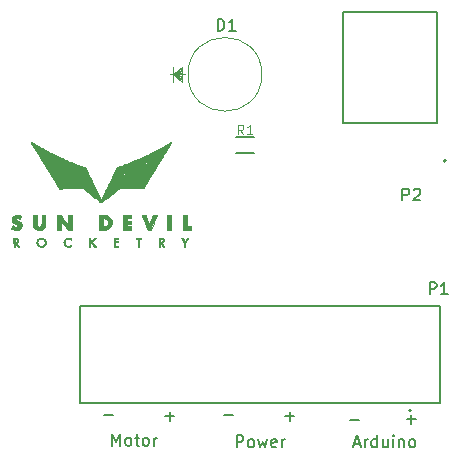
<source format=gbr>
%TF.GenerationSoftware,KiCad,Pcbnew,(6.0.9)*%
%TF.CreationDate,2022-12-05T21:09:52-07:00*%
%TF.ProjectId,Rotisserie-Chicken,526f7469-7373-4657-9269-652d43686963,rev?*%
%TF.SameCoordinates,Original*%
%TF.FileFunction,Legend,Top*%
%TF.FilePolarity,Positive*%
%FSLAX46Y46*%
G04 Gerber Fmt 4.6, Leading zero omitted, Abs format (unit mm)*
G04 Created by KiCad (PCBNEW (6.0.9)) date 2022-12-05 21:09:52*
%MOMM*%
%LPD*%
G01*
G04 APERTURE LIST*
%ADD10C,0.150000*%
%ADD11C,0.076200*%
%ADD12C,0.120000*%
%ADD13C,0.127000*%
%ADD14C,0.200000*%
%ADD15C,0.010000*%
G04 APERTURE END LIST*
D10*
X114554047Y-98791428D02*
X115315952Y-98791428D01*
X114935000Y-99172380D02*
X114935000Y-98410476D01*
X104267047Y-98537428D02*
X105028952Y-98537428D01*
X104648000Y-98918380D02*
X104648000Y-98156476D01*
X109728047Y-98834428D02*
X110489952Y-98834428D01*
X99060047Y-98453428D02*
X99821952Y-98453428D01*
X94107047Y-98537428D02*
X94868952Y-98537428D01*
X94488000Y-98918380D02*
X94488000Y-98156476D01*
X88900047Y-98453428D02*
X89661952Y-98453428D01*
X110053761Y-100877666D02*
X110529952Y-100877666D01*
X109958523Y-101163380D02*
X110291857Y-100163380D01*
X110625190Y-101163380D01*
X110958523Y-101163380D02*
X110958523Y-100496714D01*
X110958523Y-100687190D02*
X111006142Y-100591952D01*
X111053761Y-100544333D01*
X111149000Y-100496714D01*
X111244238Y-100496714D01*
X112006142Y-101163380D02*
X112006142Y-100163380D01*
X112006142Y-101115761D02*
X111910904Y-101163380D01*
X111720428Y-101163380D01*
X111625190Y-101115761D01*
X111577571Y-101068142D01*
X111529952Y-100972904D01*
X111529952Y-100687190D01*
X111577571Y-100591952D01*
X111625190Y-100544333D01*
X111720428Y-100496714D01*
X111910904Y-100496714D01*
X112006142Y-100544333D01*
X112910904Y-100496714D02*
X112910904Y-101163380D01*
X112482333Y-100496714D02*
X112482333Y-101020523D01*
X112529952Y-101115761D01*
X112625190Y-101163380D01*
X112768047Y-101163380D01*
X112863285Y-101115761D01*
X112910904Y-101068142D01*
X113387095Y-101163380D02*
X113387095Y-100496714D01*
X113387095Y-100163380D02*
X113339476Y-100211000D01*
X113387095Y-100258619D01*
X113434714Y-100211000D01*
X113387095Y-100163380D01*
X113387095Y-100258619D01*
X113863285Y-100496714D02*
X113863285Y-101163380D01*
X113863285Y-100591952D02*
X113910904Y-100544333D01*
X114006142Y-100496714D01*
X114149000Y-100496714D01*
X114244238Y-100544333D01*
X114291857Y-100639571D01*
X114291857Y-101163380D01*
X114910904Y-101163380D02*
X114815666Y-101115761D01*
X114768047Y-101068142D01*
X114720428Y-100972904D01*
X114720428Y-100687190D01*
X114768047Y-100591952D01*
X114815666Y-100544333D01*
X114910904Y-100496714D01*
X115053761Y-100496714D01*
X115149000Y-100544333D01*
X115196619Y-100591952D01*
X115244238Y-100687190D01*
X115244238Y-100972904D01*
X115196619Y-101068142D01*
X115149000Y-101115761D01*
X115053761Y-101163380D01*
X114910904Y-101163380D01*
X100131809Y-101163380D02*
X100131809Y-100163380D01*
X100512761Y-100163380D01*
X100608000Y-100211000D01*
X100655619Y-100258619D01*
X100703238Y-100353857D01*
X100703238Y-100496714D01*
X100655619Y-100591952D01*
X100608000Y-100639571D01*
X100512761Y-100687190D01*
X100131809Y-100687190D01*
X101274666Y-101163380D02*
X101179428Y-101115761D01*
X101131809Y-101068142D01*
X101084190Y-100972904D01*
X101084190Y-100687190D01*
X101131809Y-100591952D01*
X101179428Y-100544333D01*
X101274666Y-100496714D01*
X101417523Y-100496714D01*
X101512761Y-100544333D01*
X101560380Y-100591952D01*
X101608000Y-100687190D01*
X101608000Y-100972904D01*
X101560380Y-101068142D01*
X101512761Y-101115761D01*
X101417523Y-101163380D01*
X101274666Y-101163380D01*
X101941333Y-100496714D02*
X102131809Y-101163380D01*
X102322285Y-100687190D01*
X102512761Y-101163380D01*
X102703238Y-100496714D01*
X103465142Y-101115761D02*
X103369904Y-101163380D01*
X103179428Y-101163380D01*
X103084190Y-101115761D01*
X103036571Y-101020523D01*
X103036571Y-100639571D01*
X103084190Y-100544333D01*
X103179428Y-100496714D01*
X103369904Y-100496714D01*
X103465142Y-100544333D01*
X103512761Y-100639571D01*
X103512761Y-100734809D01*
X103036571Y-100830047D01*
X103941333Y-101163380D02*
X103941333Y-100496714D01*
X103941333Y-100687190D02*
X103988952Y-100591952D01*
X104036571Y-100544333D01*
X104131809Y-100496714D01*
X104227047Y-100496714D01*
X89606666Y-101036380D02*
X89606666Y-100036380D01*
X89940000Y-100750666D01*
X90273333Y-100036380D01*
X90273333Y-101036380D01*
X90892380Y-101036380D02*
X90797142Y-100988761D01*
X90749523Y-100941142D01*
X90701904Y-100845904D01*
X90701904Y-100560190D01*
X90749523Y-100464952D01*
X90797142Y-100417333D01*
X90892380Y-100369714D01*
X91035238Y-100369714D01*
X91130476Y-100417333D01*
X91178095Y-100464952D01*
X91225714Y-100560190D01*
X91225714Y-100845904D01*
X91178095Y-100941142D01*
X91130476Y-100988761D01*
X91035238Y-101036380D01*
X90892380Y-101036380D01*
X91511428Y-100369714D02*
X91892380Y-100369714D01*
X91654285Y-100036380D02*
X91654285Y-100893523D01*
X91701904Y-100988761D01*
X91797142Y-101036380D01*
X91892380Y-101036380D01*
X92368571Y-101036380D02*
X92273333Y-100988761D01*
X92225714Y-100941142D01*
X92178095Y-100845904D01*
X92178095Y-100560190D01*
X92225714Y-100464952D01*
X92273333Y-100417333D01*
X92368571Y-100369714D01*
X92511428Y-100369714D01*
X92606666Y-100417333D01*
X92654285Y-100464952D01*
X92701904Y-100560190D01*
X92701904Y-100845904D01*
X92654285Y-100941142D01*
X92606666Y-100988761D01*
X92511428Y-101036380D01*
X92368571Y-101036380D01*
X93130476Y-101036380D02*
X93130476Y-100369714D01*
X93130476Y-100560190D02*
X93178095Y-100464952D01*
X93225714Y-100417333D01*
X93320952Y-100369714D01*
X93416190Y-100369714D01*
%TO.C,D1*%
X98522904Y-65898380D02*
X98522904Y-64898380D01*
X98761000Y-64898380D01*
X98903857Y-64946000D01*
X98999095Y-65041238D01*
X99046714Y-65136476D01*
X99094333Y-65326952D01*
X99094333Y-65469809D01*
X99046714Y-65660285D01*
X98999095Y-65755523D01*
X98903857Y-65850761D01*
X98761000Y-65898380D01*
X98522904Y-65898380D01*
X100046714Y-65898380D02*
X99475285Y-65898380D01*
X99761000Y-65898380D02*
X99761000Y-64898380D01*
X99665761Y-65041238D01*
X99570523Y-65136476D01*
X99475285Y-65184095D01*
D11*
%TO.C,R1*%
X100704666Y-74656904D02*
X100438000Y-74275952D01*
X100247523Y-74656904D02*
X100247523Y-73856904D01*
X100552285Y-73856904D01*
X100628476Y-73895000D01*
X100666571Y-73933095D01*
X100704666Y-74009285D01*
X100704666Y-74123571D01*
X100666571Y-74199761D01*
X100628476Y-74237857D01*
X100552285Y-74275952D01*
X100247523Y-74275952D01*
X101466571Y-74656904D02*
X101009428Y-74656904D01*
X101238000Y-74656904D02*
X101238000Y-73856904D01*
X101161809Y-73971190D01*
X101085619Y-74047380D01*
X101009428Y-74085476D01*
D10*
%TO.C,P2*%
X114170404Y-80269880D02*
X114170404Y-79269880D01*
X114551357Y-79269880D01*
X114646595Y-79317500D01*
X114694214Y-79365119D01*
X114741833Y-79460357D01*
X114741833Y-79603214D01*
X114694214Y-79698452D01*
X114646595Y-79746071D01*
X114551357Y-79793690D01*
X114170404Y-79793690D01*
X115122785Y-79365119D02*
X115170404Y-79317500D01*
X115265642Y-79269880D01*
X115503738Y-79269880D01*
X115598976Y-79317500D01*
X115646595Y-79365119D01*
X115694214Y-79460357D01*
X115694214Y-79555595D01*
X115646595Y-79698452D01*
X115075166Y-80269880D01*
X115694214Y-80269880D01*
%TO.C,P1*%
X116482904Y-88209380D02*
X116482904Y-87209380D01*
X116863857Y-87209380D01*
X116959095Y-87257000D01*
X117006714Y-87304619D01*
X117054333Y-87399857D01*
X117054333Y-87542714D01*
X117006714Y-87637952D01*
X116959095Y-87685571D01*
X116863857Y-87733190D01*
X116482904Y-87733190D01*
X118006714Y-88209380D02*
X117435285Y-88209380D01*
X117721000Y-88209380D02*
X117721000Y-87209380D01*
X117625761Y-87352238D01*
X117530523Y-87447476D01*
X117435285Y-87495095D01*
D12*
%TO.C,D1*%
X95508800Y-68961000D02*
X95508800Y-70231000D01*
X94746800Y-68961000D02*
X94746800Y-70231000D01*
X94746800Y-69596000D02*
X95508800Y-70231000D01*
X94746800Y-69596000D02*
X95508800Y-70104000D01*
X94746800Y-69596000D02*
X95508800Y-69850000D01*
X94746800Y-69596000D02*
X95508800Y-69977000D01*
X94746800Y-69596000D02*
X95508800Y-69088000D01*
X94746800Y-69596000D02*
X95508800Y-69723000D01*
X94746800Y-69596000D02*
X95508800Y-69342000D01*
X94746800Y-69596000D02*
X95508800Y-69469000D01*
X94746800Y-69596000D02*
X95508800Y-69215000D01*
X94746800Y-69596000D02*
X95508800Y-68961000D01*
X95762800Y-69596000D02*
X94492800Y-69596000D01*
X102265200Y-69596000D02*
G75*
G03*
X102265200Y-69596000I-3124200J0D01*
G01*
D13*
%TO.C,R1*%
X100038000Y-74875000D02*
X101638000Y-74875000D01*
X100038000Y-76255000D02*
X101638000Y-76255000D01*
%TO.C,P2*%
X117083500Y-64307500D02*
X117083500Y-73707500D01*
X109163500Y-64307500D02*
X117083500Y-64307500D01*
X109163500Y-73707500D02*
X109163500Y-64307500D01*
X109163500Y-73707500D02*
X117083500Y-73707500D01*
D14*
X117833500Y-76907500D02*
G75*
G03*
X117833500Y-76907500I-100000J0D01*
G01*
D13*
%TO.C,P1*%
X86868000Y-97436500D02*
X86868000Y-89236500D01*
X117348000Y-97436500D02*
X86868000Y-97436500D01*
X117348000Y-89236500D02*
X117348000Y-97436500D01*
X86868000Y-89236500D02*
X117348000Y-89236500D01*
D14*
X114908000Y-98036500D02*
G75*
G03*
X114908000Y-98036500I-100000J0D01*
G01*
%TO.C,LOGO1*%
G36*
X83183953Y-83761431D02*
G01*
X83186062Y-83726047D01*
X83191040Y-83698409D01*
X83200087Y-83672234D01*
X83214400Y-83641238D01*
X83216781Y-83636382D01*
X83265078Y-83560293D01*
X83327406Y-83498005D01*
X83401601Y-83451120D01*
X83485497Y-83421238D01*
X83515744Y-83415252D01*
X83601916Y-83410735D01*
X83682894Y-83423994D01*
X83757180Y-83452947D01*
X83823281Y-83495507D01*
X83879701Y-83549589D01*
X83924944Y-83613108D01*
X83957515Y-83683979D01*
X83975917Y-83760117D01*
X83978657Y-83839437D01*
X83964237Y-83919854D01*
X83932657Y-83996534D01*
X83897741Y-84047161D01*
X83849821Y-84097550D01*
X83795379Y-84141709D01*
X83741384Y-84173418D01*
X83690362Y-84190179D01*
X83628173Y-84200932D01*
X83563281Y-84204916D01*
X83504150Y-84201370D01*
X83480655Y-84196861D01*
X83402581Y-84167196D01*
X83330279Y-84120674D01*
X83267909Y-84060693D01*
X83219633Y-83990654D01*
X83213383Y-83978515D01*
X83199703Y-83948882D01*
X83190967Y-83923175D01*
X83186085Y-83895274D01*
X83183965Y-83859054D01*
X83183638Y-83823763D01*
X83268726Y-83823763D01*
X83281948Y-83898138D01*
X83313505Y-83967879D01*
X83348408Y-84014651D01*
X83409222Y-84068619D01*
X83476887Y-84104105D01*
X83549341Y-84120689D01*
X83624524Y-84117946D01*
X83700374Y-84095455D01*
X83713468Y-84089503D01*
X83772439Y-84051061D01*
X83823786Y-83997767D01*
X83862403Y-83934932D01*
X83862756Y-83934168D01*
X83875332Y-83900088D01*
X83881943Y-83862127D01*
X83883845Y-83812638D01*
X83883819Y-83805925D01*
X83877705Y-83734060D01*
X83858961Y-83674060D01*
X83825314Y-83620306D01*
X83795127Y-83586805D01*
X83745758Y-83544438D01*
X83695119Y-83517321D01*
X83636475Y-83502494D01*
X83593544Y-83498199D01*
X83550026Y-83496637D01*
X83517986Y-83499134D01*
X83488751Y-83507114D01*
X83456384Y-83520752D01*
X83392668Y-83556943D01*
X83344029Y-83602047D01*
X83305671Y-83660732D01*
X83299129Y-83673845D01*
X83274300Y-83747937D01*
X83268726Y-83823763D01*
X83183638Y-83823763D01*
X83183517Y-83810846D01*
X83183953Y-83761431D01*
G37*
D15*
X83183953Y-83761431D02*
X83186062Y-83726047D01*
X83191040Y-83698409D01*
X83200087Y-83672234D01*
X83214400Y-83641238D01*
X83216781Y-83636382D01*
X83265078Y-83560293D01*
X83327406Y-83498005D01*
X83401601Y-83451120D01*
X83485497Y-83421238D01*
X83515744Y-83415252D01*
X83601916Y-83410735D01*
X83682894Y-83423994D01*
X83757180Y-83452947D01*
X83823281Y-83495507D01*
X83879701Y-83549589D01*
X83924944Y-83613108D01*
X83957515Y-83683979D01*
X83975917Y-83760117D01*
X83978657Y-83839437D01*
X83964237Y-83919854D01*
X83932657Y-83996534D01*
X83897741Y-84047161D01*
X83849821Y-84097550D01*
X83795379Y-84141709D01*
X83741384Y-84173418D01*
X83690362Y-84190179D01*
X83628173Y-84200932D01*
X83563281Y-84204916D01*
X83504150Y-84201370D01*
X83480655Y-84196861D01*
X83402581Y-84167196D01*
X83330279Y-84120674D01*
X83267909Y-84060693D01*
X83219633Y-83990654D01*
X83213383Y-83978515D01*
X83199703Y-83948882D01*
X83190967Y-83923175D01*
X83186085Y-83895274D01*
X83183965Y-83859054D01*
X83183638Y-83823763D01*
X83268726Y-83823763D01*
X83281948Y-83898138D01*
X83313505Y-83967879D01*
X83348408Y-84014651D01*
X83409222Y-84068619D01*
X83476887Y-84104105D01*
X83549341Y-84120689D01*
X83624524Y-84117946D01*
X83700374Y-84095455D01*
X83713468Y-84089503D01*
X83772439Y-84051061D01*
X83823786Y-83997767D01*
X83862403Y-83934932D01*
X83862756Y-83934168D01*
X83875332Y-83900088D01*
X83881943Y-83862127D01*
X83883845Y-83812638D01*
X83883819Y-83805925D01*
X83877705Y-83734060D01*
X83858961Y-83674060D01*
X83825314Y-83620306D01*
X83795127Y-83586805D01*
X83745758Y-83544438D01*
X83695119Y-83517321D01*
X83636475Y-83502494D01*
X83593544Y-83498199D01*
X83550026Y-83496637D01*
X83517986Y-83499134D01*
X83488751Y-83507114D01*
X83456384Y-83520752D01*
X83392668Y-83556943D01*
X83344029Y-83602047D01*
X83305671Y-83660732D01*
X83299129Y-83673845D01*
X83274300Y-83747937D01*
X83268726Y-83823763D01*
X83183638Y-83823763D01*
X83183517Y-83810846D01*
X83183953Y-83761431D01*
G36*
X81337632Y-83424925D02*
G01*
X81427269Y-83429588D01*
X81499606Y-83443990D01*
X81555501Y-83468749D01*
X81595813Y-83504482D01*
X81621399Y-83551808D01*
X81633119Y-83611343D01*
X81634117Y-83638363D01*
X81625631Y-83704665D01*
X81601200Y-83761050D01*
X81562363Y-83805331D01*
X81510661Y-83835322D01*
X81490852Y-83841760D01*
X81450111Y-83852731D01*
X81484260Y-83900448D01*
X81531128Y-83966241D01*
X81574262Y-84027371D01*
X81612253Y-84081796D01*
X81643695Y-84127477D01*
X81667181Y-84162373D01*
X81681304Y-84184444D01*
X81684917Y-84191475D01*
X81675782Y-84194681D01*
X81652333Y-84195740D01*
X81632048Y-84195075D01*
X81579180Y-84192005D01*
X81466948Y-84027437D01*
X81431756Y-83976717D01*
X81399774Y-83932283D01*
X81372954Y-83896714D01*
X81353247Y-83872588D01*
X81342604Y-83862485D01*
X81342017Y-83862337D01*
X81337060Y-83867121D01*
X81333476Y-83883390D01*
X81331101Y-83913300D01*
X81329770Y-83959007D01*
X81329319Y-84022669D01*
X81329317Y-84029445D01*
X81329317Y-84197085D01*
X81290370Y-84197085D01*
X81263521Y-84195461D01*
X81246334Y-84191446D01*
X81244650Y-84190311D01*
X81243120Y-84178954D01*
X81241710Y-84149556D01*
X81240462Y-84104397D01*
X81239415Y-84045757D01*
X81238608Y-83975916D01*
X81238083Y-83897151D01*
X81237878Y-83811744D01*
X81237877Y-83804231D01*
X81237877Y-83782866D01*
X81329317Y-83782866D01*
X81387737Y-83775624D01*
X81426492Y-83769178D01*
X81462069Y-83760565D01*
X81477849Y-83755207D01*
X81514611Y-83731274D01*
X81535867Y-83695599D01*
X81542677Y-83646662D01*
X81537534Y-83595310D01*
X81520779Y-83557576D01*
X81490423Y-83531620D01*
X81444477Y-83515603D01*
X81393276Y-83508557D01*
X81329317Y-83503422D01*
X81329317Y-83782866D01*
X81237877Y-83782866D01*
X81237877Y-83424925D01*
X81337632Y-83424925D01*
G37*
X81337632Y-83424925D02*
X81427269Y-83429588D01*
X81499606Y-83443990D01*
X81555501Y-83468749D01*
X81595813Y-83504482D01*
X81621399Y-83551808D01*
X81633119Y-83611343D01*
X81634117Y-83638363D01*
X81625631Y-83704665D01*
X81601200Y-83761050D01*
X81562363Y-83805331D01*
X81510661Y-83835322D01*
X81490852Y-83841760D01*
X81450111Y-83852731D01*
X81484260Y-83900448D01*
X81531128Y-83966241D01*
X81574262Y-84027371D01*
X81612253Y-84081796D01*
X81643695Y-84127477D01*
X81667181Y-84162373D01*
X81681304Y-84184444D01*
X81684917Y-84191475D01*
X81675782Y-84194681D01*
X81652333Y-84195740D01*
X81632048Y-84195075D01*
X81579180Y-84192005D01*
X81466948Y-84027437D01*
X81431756Y-83976717D01*
X81399774Y-83932283D01*
X81372954Y-83896714D01*
X81353247Y-83872588D01*
X81342604Y-83862485D01*
X81342017Y-83862337D01*
X81337060Y-83867121D01*
X81333476Y-83883390D01*
X81331101Y-83913300D01*
X81329770Y-83959007D01*
X81329319Y-84022669D01*
X81329317Y-84029445D01*
X81329317Y-84197085D01*
X81290370Y-84197085D01*
X81263521Y-84195461D01*
X81246334Y-84191446D01*
X81244650Y-84190311D01*
X81243120Y-84178954D01*
X81241710Y-84149556D01*
X81240462Y-84104397D01*
X81239415Y-84045757D01*
X81238608Y-83975916D01*
X81238083Y-83897151D01*
X81237878Y-83811744D01*
X81237877Y-83804231D01*
X81237877Y-83782866D01*
X81329317Y-83782866D01*
X81387737Y-83775624D01*
X81426492Y-83769178D01*
X81462069Y-83760565D01*
X81477849Y-83755207D01*
X81514611Y-83731274D01*
X81535867Y-83695599D01*
X81542677Y-83646662D01*
X81537534Y-83595310D01*
X81520779Y-83557576D01*
X81490423Y-83531620D01*
X81444477Y-83515603D01*
X81393276Y-83508557D01*
X81329317Y-83503422D01*
X81329317Y-83782866D01*
X81237877Y-83782866D01*
X81237877Y-83424925D01*
X81337632Y-83424925D01*
G36*
X90872097Y-81527411D02*
G01*
X91220077Y-81530085D01*
X91222911Y-81664705D01*
X91225746Y-81799325D01*
X90849237Y-81799325D01*
X90849237Y-82002525D01*
X91204837Y-82002525D01*
X91204837Y-82266685D01*
X90849237Y-82266685D01*
X90849237Y-82469426D01*
X91034657Y-82472195D01*
X91220077Y-82474965D01*
X91222911Y-82609585D01*
X91225746Y-82744205D01*
X90524117Y-82744205D01*
X90524117Y-81524738D01*
X90872097Y-81527411D01*
G37*
X90872097Y-81527411D02*
X91220077Y-81530085D01*
X91222911Y-81664705D01*
X91225746Y-81799325D01*
X90849237Y-81799325D01*
X90849237Y-82002525D01*
X91204837Y-82002525D01*
X91204837Y-82266685D01*
X90849237Y-82266685D01*
X90849237Y-82469426D01*
X91034657Y-82472195D01*
X91220077Y-82474965D01*
X91222911Y-82609585D01*
X91225746Y-82744205D01*
X90524117Y-82744205D01*
X90524117Y-81524738D01*
X90872097Y-81527411D01*
G36*
X92896770Y-78106565D02*
G01*
X92901405Y-78113547D01*
X92901557Y-78116131D01*
X92896753Y-78129784D01*
X92892581Y-78131565D01*
X92882156Y-78139810D01*
X92877440Y-78149345D01*
X92869835Y-78164328D01*
X92853484Y-78192506D01*
X92830690Y-78230022D01*
X92803759Y-78273018D01*
X92800026Y-78278885D01*
X92772366Y-78322785D01*
X92748164Y-78362152D01*
X92729852Y-78392961D01*
X92719863Y-78411188D01*
X92719362Y-78412285D01*
X92709608Y-78430739D01*
X92692041Y-78460578D01*
X92669992Y-78496193D01*
X92663512Y-78506369D01*
X92642282Y-78540609D01*
X92626150Y-78568759D01*
X92617723Y-78586187D01*
X92617077Y-78588868D01*
X92610494Y-78598659D01*
X92608551Y-78598925D01*
X92599314Y-78607224D01*
X92586140Y-78628103D01*
X92580703Y-78638649D01*
X92564647Y-78666056D01*
X92548166Y-78685957D01*
X92543872Y-78689309D01*
X92528240Y-78693832D01*
X92496122Y-78699393D01*
X92451291Y-78705465D01*
X92397518Y-78711524D01*
X92355819Y-78715542D01*
X92281514Y-78722277D01*
X92197649Y-78729989D01*
X92113440Y-78737825D01*
X92038099Y-78744932D01*
X92022717Y-78746400D01*
X91873999Y-78760606D01*
X91740549Y-78773284D01*
X91617415Y-78784898D01*
X91499642Y-78795907D01*
X91382277Y-78806775D01*
X91260366Y-78817964D01*
X91128955Y-78829935D01*
X91052437Y-78836874D01*
X90987933Y-78842890D01*
X90922787Y-78849267D01*
X90863054Y-78855392D01*
X90814788Y-78860654D01*
X90798437Y-78862575D01*
X90750592Y-78867630D01*
X90703082Y-78871379D01*
X90665030Y-78873121D01*
X90660195Y-78873167D01*
X90636701Y-78873909D01*
X90617496Y-78877600D01*
X90598216Y-78886556D01*
X90574499Y-78903096D01*
X90541983Y-78929538D01*
X90521406Y-78946905D01*
X90477251Y-78984169D01*
X90424609Y-79028351D01*
X90370665Y-79073432D01*
X90330406Y-79106925D01*
X90281277Y-79147835D01*
X90228035Y-79192414D01*
X90177653Y-79234812D01*
X90142710Y-79264405D01*
X90107766Y-79293956D01*
X90061378Y-79332928D01*
X90007762Y-79377793D01*
X89951134Y-79425024D01*
X89897913Y-79469265D01*
X89847870Y-79510813D01*
X89801973Y-79548970D01*
X89762963Y-79581454D01*
X89733581Y-79605981D01*
X89716569Y-79620269D01*
X89714930Y-79621665D01*
X89697035Y-79636660D01*
X89668622Y-79660111D01*
X89634960Y-79687677D01*
X89624496Y-79696205D01*
X89590076Y-79724421D01*
X89559138Y-79750130D01*
X89537051Y-79768861D01*
X89533006Y-79772405D01*
X89514559Y-79788236D01*
X89485697Y-79812377D01*
X89451790Y-79840345D01*
X89441691Y-79848605D01*
X89405379Y-79878609D01*
X89360047Y-79916605D01*
X89312024Y-79957265D01*
X89275720Y-79988305D01*
X89231224Y-80026111D01*
X89199729Y-80051597D01*
X89179214Y-80066121D01*
X89167657Y-80071043D01*
X89163036Y-80067725D01*
X89162677Y-80064338D01*
X89169711Y-80056228D01*
X89190178Y-80034733D01*
X89223123Y-80000819D01*
X89267590Y-79955451D01*
X89322624Y-79899593D01*
X89387271Y-79834210D01*
X89460575Y-79760268D01*
X89541581Y-79678731D01*
X89629334Y-79590564D01*
X89722879Y-79496733D01*
X89821262Y-79398201D01*
X89894248Y-79325198D01*
X90018480Y-79201102D01*
X90129157Y-79090771D01*
X90227000Y-78993508D01*
X90312728Y-78908618D01*
X90387062Y-78835404D01*
X90450722Y-78773170D01*
X90504430Y-78721219D01*
X90548904Y-78678857D01*
X90584865Y-78645386D01*
X90613034Y-78620111D01*
X90634131Y-78602334D01*
X90648876Y-78591361D01*
X90657990Y-78586494D01*
X90658788Y-78586276D01*
X90685175Y-78580373D01*
X90723427Y-78571997D01*
X90765533Y-78562902D01*
X90767957Y-78562382D01*
X90816100Y-78552024D01*
X90866611Y-78541090D01*
X90905117Y-78532696D01*
X90948924Y-78523184D01*
X90999926Y-78512237D01*
X91037197Y-78504318D01*
X91073838Y-78496472D01*
X91124257Y-78485528D01*
X91182399Y-78472808D01*
X91242209Y-78459631D01*
X91255637Y-78456659D01*
X91347555Y-78436369D01*
X91422731Y-78419958D01*
X91484229Y-78406768D01*
X91535114Y-78396145D01*
X91578452Y-78387431D01*
X91585837Y-78385986D01*
X91603726Y-78382452D01*
X91623364Y-78378444D01*
X91647354Y-78373400D01*
X91678303Y-78366756D01*
X91718816Y-78357949D01*
X91771498Y-78346416D01*
X91838956Y-78331594D01*
X91918577Y-78314069D01*
X91966145Y-78303755D01*
X92011980Y-78294094D01*
X92048475Y-78286679D01*
X92058277Y-78284788D01*
X92084806Y-78279461D01*
X92126140Y-78270752D01*
X92177257Y-78259735D01*
X92233135Y-78247486D01*
X92251317Y-78243456D01*
X92310644Y-78230324D01*
X92369706Y-78217349D01*
X92422447Y-78205854D01*
X92462814Y-78197164D01*
X92469757Y-78195691D01*
X92518733Y-78185301D01*
X92571831Y-78173965D01*
X92606917Y-78166429D01*
X92652715Y-78156752D01*
X92700770Y-78146908D01*
X92728837Y-78141341D01*
X92766548Y-78133510D01*
X92800993Y-78125518D01*
X92815197Y-78121783D01*
X92857077Y-78110460D01*
X92883131Y-78105462D01*
X92896770Y-78106565D01*
G37*
X92896770Y-78106565D02*
X92901405Y-78113547D01*
X92901557Y-78116131D01*
X92896753Y-78129784D01*
X92892581Y-78131565D01*
X92882156Y-78139810D01*
X92877440Y-78149345D01*
X92869835Y-78164328D01*
X92853484Y-78192506D01*
X92830690Y-78230022D01*
X92803759Y-78273018D01*
X92800026Y-78278885D01*
X92772366Y-78322785D01*
X92748164Y-78362152D01*
X92729852Y-78392961D01*
X92719863Y-78411188D01*
X92719362Y-78412285D01*
X92709608Y-78430739D01*
X92692041Y-78460578D01*
X92669992Y-78496193D01*
X92663512Y-78506369D01*
X92642282Y-78540609D01*
X92626150Y-78568759D01*
X92617723Y-78586187D01*
X92617077Y-78588868D01*
X92610494Y-78598659D01*
X92608551Y-78598925D01*
X92599314Y-78607224D01*
X92586140Y-78628103D01*
X92580703Y-78638649D01*
X92564647Y-78666056D01*
X92548166Y-78685957D01*
X92543872Y-78689309D01*
X92528240Y-78693832D01*
X92496122Y-78699393D01*
X92451291Y-78705465D01*
X92397518Y-78711524D01*
X92355819Y-78715542D01*
X92281514Y-78722277D01*
X92197649Y-78729989D01*
X92113440Y-78737825D01*
X92038099Y-78744932D01*
X92022717Y-78746400D01*
X91873999Y-78760606D01*
X91740549Y-78773284D01*
X91617415Y-78784898D01*
X91499642Y-78795907D01*
X91382277Y-78806775D01*
X91260366Y-78817964D01*
X91128955Y-78829935D01*
X91052437Y-78836874D01*
X90987933Y-78842890D01*
X90922787Y-78849267D01*
X90863054Y-78855392D01*
X90814788Y-78860654D01*
X90798437Y-78862575D01*
X90750592Y-78867630D01*
X90703082Y-78871379D01*
X90665030Y-78873121D01*
X90660195Y-78873167D01*
X90636701Y-78873909D01*
X90617496Y-78877600D01*
X90598216Y-78886556D01*
X90574499Y-78903096D01*
X90541983Y-78929538D01*
X90521406Y-78946905D01*
X90477251Y-78984169D01*
X90424609Y-79028351D01*
X90370665Y-79073432D01*
X90330406Y-79106925D01*
X90281277Y-79147835D01*
X90228035Y-79192414D01*
X90177653Y-79234812D01*
X90142710Y-79264405D01*
X90107766Y-79293956D01*
X90061378Y-79332928D01*
X90007762Y-79377793D01*
X89951134Y-79425024D01*
X89897913Y-79469265D01*
X89847870Y-79510813D01*
X89801973Y-79548970D01*
X89762963Y-79581454D01*
X89733581Y-79605981D01*
X89716569Y-79620269D01*
X89714930Y-79621665D01*
X89697035Y-79636660D01*
X89668622Y-79660111D01*
X89634960Y-79687677D01*
X89624496Y-79696205D01*
X89590076Y-79724421D01*
X89559138Y-79750130D01*
X89537051Y-79768861D01*
X89533006Y-79772405D01*
X89514559Y-79788236D01*
X89485697Y-79812377D01*
X89451790Y-79840345D01*
X89441691Y-79848605D01*
X89405379Y-79878609D01*
X89360047Y-79916605D01*
X89312024Y-79957265D01*
X89275720Y-79988305D01*
X89231224Y-80026111D01*
X89199729Y-80051597D01*
X89179214Y-80066121D01*
X89167657Y-80071043D01*
X89163036Y-80067725D01*
X89162677Y-80064338D01*
X89169711Y-80056228D01*
X89190178Y-80034733D01*
X89223123Y-80000819D01*
X89267590Y-79955451D01*
X89322624Y-79899593D01*
X89387271Y-79834210D01*
X89460575Y-79760268D01*
X89541581Y-79678731D01*
X89629334Y-79590564D01*
X89722879Y-79496733D01*
X89821262Y-79398201D01*
X89894248Y-79325198D01*
X90018480Y-79201102D01*
X90129157Y-79090771D01*
X90227000Y-78993508D01*
X90312728Y-78908618D01*
X90387062Y-78835404D01*
X90450722Y-78773170D01*
X90504430Y-78721219D01*
X90548904Y-78678857D01*
X90584865Y-78645386D01*
X90613034Y-78620111D01*
X90634131Y-78602334D01*
X90648876Y-78591361D01*
X90657990Y-78586494D01*
X90658788Y-78586276D01*
X90685175Y-78580373D01*
X90723427Y-78571997D01*
X90765533Y-78562902D01*
X90767957Y-78562382D01*
X90816100Y-78552024D01*
X90866611Y-78541090D01*
X90905117Y-78532696D01*
X90948924Y-78523184D01*
X90999926Y-78512237D01*
X91037197Y-78504318D01*
X91073838Y-78496472D01*
X91124257Y-78485528D01*
X91182399Y-78472808D01*
X91242209Y-78459631D01*
X91255637Y-78456659D01*
X91347555Y-78436369D01*
X91422731Y-78419958D01*
X91484229Y-78406768D01*
X91535114Y-78396145D01*
X91578452Y-78387431D01*
X91585837Y-78385986D01*
X91603726Y-78382452D01*
X91623364Y-78378444D01*
X91647354Y-78373400D01*
X91678303Y-78366756D01*
X91718816Y-78357949D01*
X91771498Y-78346416D01*
X91838956Y-78331594D01*
X91918577Y-78314069D01*
X91966145Y-78303755D01*
X92011980Y-78294094D01*
X92048475Y-78286679D01*
X92058277Y-78284788D01*
X92084806Y-78279461D01*
X92126140Y-78270752D01*
X92177257Y-78259735D01*
X92233135Y-78247486D01*
X92251317Y-78243456D01*
X92310644Y-78230324D01*
X92369706Y-78217349D01*
X92422447Y-78205854D01*
X92462814Y-78197164D01*
X92469757Y-78195691D01*
X92518733Y-78185301D01*
X92571831Y-78173965D01*
X92606917Y-78166429D01*
X92652715Y-78156752D01*
X92700770Y-78146908D01*
X92728837Y-78141341D01*
X92766548Y-78133510D01*
X92800993Y-78125518D01*
X92815197Y-78121783D01*
X92857077Y-78110460D01*
X92883131Y-78105462D01*
X92896770Y-78106565D01*
G36*
X93418118Y-77257807D02*
G01*
X93410570Y-77277395D01*
X93392931Y-77309888D01*
X93364517Y-77356907D01*
X93353677Y-77374268D01*
X93328202Y-77415713D01*
X93307290Y-77451377D01*
X93293063Y-77477526D01*
X93287641Y-77490422D01*
X93287637Y-77490558D01*
X93281199Y-77501168D01*
X93278578Y-77501645D01*
X93269404Y-77510196D01*
X93263731Y-77524707D01*
X93252354Y-77550504D01*
X93239770Y-77568404D01*
X93220030Y-77593911D01*
X93206900Y-77613922D01*
X93197077Y-77630283D01*
X93178681Y-77660685D01*
X93153724Y-77701822D01*
X93124216Y-77750388D01*
X93092168Y-77803077D01*
X93059590Y-77856584D01*
X93028493Y-77907604D01*
X93000889Y-77952829D01*
X92978787Y-77988955D01*
X92977450Y-77991136D01*
X92958695Y-78019082D01*
X92941030Y-78034931D01*
X92916515Y-78044071D01*
X92891911Y-78049200D01*
X92861165Y-78055247D01*
X92816020Y-78064515D01*
X92761924Y-78075867D01*
X92704326Y-78088169D01*
X92688197Y-78091654D01*
X92630046Y-78104237D01*
X92573345Y-78116476D01*
X92523730Y-78127155D01*
X92486842Y-78135061D01*
X92479917Y-78136537D01*
X92404776Y-78152517D01*
X92346242Y-78164973D01*
X92301045Y-78174603D01*
X92265915Y-78182105D01*
X92237582Y-78188178D01*
X92212777Y-78193519D01*
X92195437Y-78197267D01*
X92112359Y-78215225D01*
X92046526Y-78229407D01*
X91995327Y-78240367D01*
X91956154Y-78248655D01*
X91926395Y-78254826D01*
X91903442Y-78259430D01*
X91885557Y-78262859D01*
X91859028Y-78268176D01*
X91817698Y-78276884D01*
X91766585Y-78287909D01*
X91710710Y-78300175D01*
X91692517Y-78304214D01*
X91636174Y-78316669D01*
X91582976Y-78328263D01*
X91537944Y-78337911D01*
X91506098Y-78344532D01*
X91499477Y-78345841D01*
X91460020Y-78353916D01*
X91420398Y-78362709D01*
X91413117Y-78364431D01*
X91383117Y-78371278D01*
X91341551Y-78380306D01*
X91296775Y-78389704D01*
X91291197Y-78390850D01*
X91239348Y-78401605D01*
X91180082Y-78414100D01*
X91125830Y-78425712D01*
X91123557Y-78426205D01*
X91069856Y-78437734D01*
X91010544Y-78450314D01*
X90958051Y-78461306D01*
X90955917Y-78461749D01*
X90907144Y-78472023D01*
X90856493Y-78482966D01*
X90814696Y-78492256D01*
X90813677Y-78492489D01*
X90767363Y-78502737D01*
X90716097Y-78513626D01*
X90689606Y-78519050D01*
X90626496Y-78531709D01*
X89831480Y-79327317D01*
X89725796Y-79433009D01*
X89624086Y-79534587D01*
X89527277Y-79631135D01*
X89436291Y-79721737D01*
X89352055Y-79805478D01*
X89275491Y-79881441D01*
X89207526Y-79948709D01*
X89149082Y-80006368D01*
X89101086Y-80053501D01*
X89064462Y-80089192D01*
X89040133Y-80112525D01*
X89029026Y-80122584D01*
X89028450Y-80122925D01*
X89020637Y-80115156D01*
X89020437Y-80112940D01*
X89026718Y-80099453D01*
X89042200Y-80079023D01*
X89045892Y-80074840D01*
X89061955Y-80055955D01*
X89087583Y-80024505D01*
X89119957Y-79984032D01*
X89156257Y-79938080D01*
X89193664Y-79890193D01*
X89221867Y-79853685D01*
X89243417Y-79825758D01*
X89271581Y-79789447D01*
X89303807Y-79748017D01*
X89337546Y-79704737D01*
X89370247Y-79662873D01*
X89399359Y-79625691D01*
X89422333Y-79596459D01*
X89436618Y-79578442D01*
X89439638Y-79574740D01*
X89451084Y-79560638D01*
X89473504Y-79532418D01*
X89505391Y-79491996D01*
X89545238Y-79441288D01*
X89591537Y-79382213D01*
X89642782Y-79316686D01*
X89678447Y-79271007D01*
X89712974Y-79226845D01*
X89750980Y-79178366D01*
X89785110Y-79134951D01*
X89789982Y-79128767D01*
X89818509Y-79092585D01*
X89838490Y-79067186D01*
X89853945Y-79047389D01*
X89868895Y-79028008D01*
X89887360Y-79003860D01*
X89913360Y-78969760D01*
X89917229Y-78964685D01*
X89944223Y-78929534D01*
X89967792Y-78899304D01*
X89984377Y-78878539D01*
X89988833Y-78873245D01*
X90002432Y-78856788D01*
X90022806Y-78830946D01*
X90037168Y-78812285D01*
X90057081Y-78786405D01*
X90071887Y-78767643D01*
X90077077Y-78761485D01*
X90085234Y-78751555D01*
X90102434Y-78729646D01*
X90125401Y-78699939D01*
X90132749Y-78690365D01*
X90159864Y-78655564D01*
X90185299Y-78623933D01*
X90204198Y-78601492D01*
X90206409Y-78599028D01*
X90222083Y-78580193D01*
X90229405Y-78568153D01*
X90229477Y-78567589D01*
X90235532Y-78556671D01*
X90250545Y-78537311D01*
X90255141Y-78531925D01*
X90272947Y-78510423D01*
X90298493Y-78478313D01*
X90327317Y-78441234D01*
X90338817Y-78426205D01*
X90364596Y-78392573D01*
X90385783Y-78365361D01*
X90399357Y-78348427D01*
X90402448Y-78344925D01*
X90408522Y-78337980D01*
X90421959Y-78321164D01*
X90443978Y-78292915D01*
X90475793Y-78251672D01*
X90518620Y-78195876D01*
X90520872Y-78192937D01*
X90550374Y-78155884D01*
X90573964Y-78131448D01*
X90597158Y-78115448D01*
X90625472Y-78103699D01*
X90647621Y-78096831D01*
X90692904Y-78083308D01*
X90740684Y-78068594D01*
X90767957Y-78059944D01*
X90805139Y-78048154D01*
X90857272Y-78031932D01*
X90919837Y-78012668D01*
X90988313Y-77991752D01*
X91058183Y-77970573D01*
X91082917Y-77963119D01*
X91112639Y-77954098D01*
X91154952Y-77941159D01*
X91203035Y-77926390D01*
X91230237Y-77918007D01*
X91287536Y-77900358D01*
X91351566Y-77880688D01*
X91411149Y-77862430D01*
X91428357Y-77857170D01*
X91476497Y-77842433D01*
X91536450Y-77824034D01*
X91600614Y-77804306D01*
X91661387Y-77785586D01*
X91662037Y-77785386D01*
X91740029Y-77761339D01*
X91802448Y-77742118D01*
X91853135Y-77726548D01*
X91895930Y-77713454D01*
X91934675Y-77701662D01*
X91973210Y-77689997D01*
X92015377Y-77677285D01*
X92027797Y-77673547D01*
X92084623Y-77656358D01*
X92146680Y-77637446D01*
X92203931Y-77619875D01*
X92225917Y-77613077D01*
X92277572Y-77597151D01*
X92338659Y-77578466D01*
X92399139Y-77560087D01*
X92424037Y-77552567D01*
X92470340Y-77538530D01*
X92511683Y-77525844D01*
X92542777Y-77516138D01*
X92556117Y-77511820D01*
X92575486Y-77505609D01*
X92609542Y-77495026D01*
X92653510Y-77481544D01*
X92702615Y-77466635D01*
X92703437Y-77466387D01*
X92765369Y-77447560D01*
X92836615Y-77425717D01*
X92907109Y-77403952D01*
X92952357Y-77389876D01*
X93010359Y-77371909D01*
X93071116Y-77353351D01*
X93126934Y-77336537D01*
X93165717Y-77325080D01*
X93217682Y-77309762D01*
X93271206Y-77293632D01*
X93321696Y-77278111D01*
X93364561Y-77264620D01*
X93395211Y-77254579D01*
X93405670Y-77250861D01*
X93416257Y-77249502D01*
X93418118Y-77257807D01*
G37*
X93418118Y-77257807D02*
X93410570Y-77277395D01*
X93392931Y-77309888D01*
X93364517Y-77356907D01*
X93353677Y-77374268D01*
X93328202Y-77415713D01*
X93307290Y-77451377D01*
X93293063Y-77477526D01*
X93287641Y-77490422D01*
X93287637Y-77490558D01*
X93281199Y-77501168D01*
X93278578Y-77501645D01*
X93269404Y-77510196D01*
X93263731Y-77524707D01*
X93252354Y-77550504D01*
X93239770Y-77568404D01*
X93220030Y-77593911D01*
X93206900Y-77613922D01*
X93197077Y-77630283D01*
X93178681Y-77660685D01*
X93153724Y-77701822D01*
X93124216Y-77750388D01*
X93092168Y-77803077D01*
X93059590Y-77856584D01*
X93028493Y-77907604D01*
X93000889Y-77952829D01*
X92978787Y-77988955D01*
X92977450Y-77991136D01*
X92958695Y-78019082D01*
X92941030Y-78034931D01*
X92916515Y-78044071D01*
X92891911Y-78049200D01*
X92861165Y-78055247D01*
X92816020Y-78064515D01*
X92761924Y-78075867D01*
X92704326Y-78088169D01*
X92688197Y-78091654D01*
X92630046Y-78104237D01*
X92573345Y-78116476D01*
X92523730Y-78127155D01*
X92486842Y-78135061D01*
X92479917Y-78136537D01*
X92404776Y-78152517D01*
X92346242Y-78164973D01*
X92301045Y-78174603D01*
X92265915Y-78182105D01*
X92237582Y-78188178D01*
X92212777Y-78193519D01*
X92195437Y-78197267D01*
X92112359Y-78215225D01*
X92046526Y-78229407D01*
X91995327Y-78240367D01*
X91956154Y-78248655D01*
X91926395Y-78254826D01*
X91903442Y-78259430D01*
X91885557Y-78262859D01*
X91859028Y-78268176D01*
X91817698Y-78276884D01*
X91766585Y-78287909D01*
X91710710Y-78300175D01*
X91692517Y-78304214D01*
X91636174Y-78316669D01*
X91582976Y-78328263D01*
X91537944Y-78337911D01*
X91506098Y-78344532D01*
X91499477Y-78345841D01*
X91460020Y-78353916D01*
X91420398Y-78362709D01*
X91413117Y-78364431D01*
X91383117Y-78371278D01*
X91341551Y-78380306D01*
X91296775Y-78389704D01*
X91291197Y-78390850D01*
X91239348Y-78401605D01*
X91180082Y-78414100D01*
X91125830Y-78425712D01*
X91123557Y-78426205D01*
X91069856Y-78437734D01*
X91010544Y-78450314D01*
X90958051Y-78461306D01*
X90955917Y-78461749D01*
X90907144Y-78472023D01*
X90856493Y-78482966D01*
X90814696Y-78492256D01*
X90813677Y-78492489D01*
X90767363Y-78502737D01*
X90716097Y-78513626D01*
X90689606Y-78519050D01*
X90626496Y-78531709D01*
X89831480Y-79327317D01*
X89725796Y-79433009D01*
X89624086Y-79534587D01*
X89527277Y-79631135D01*
X89436291Y-79721737D01*
X89352055Y-79805478D01*
X89275491Y-79881441D01*
X89207526Y-79948709D01*
X89149082Y-80006368D01*
X89101086Y-80053501D01*
X89064462Y-80089192D01*
X89040133Y-80112525D01*
X89029026Y-80122584D01*
X89028450Y-80122925D01*
X89020637Y-80115156D01*
X89020437Y-80112940D01*
X89026718Y-80099453D01*
X89042200Y-80079023D01*
X89045892Y-80074840D01*
X89061955Y-80055955D01*
X89087583Y-80024505D01*
X89119957Y-79984032D01*
X89156257Y-79938080D01*
X89193664Y-79890193D01*
X89221867Y-79853685D01*
X89243417Y-79825758D01*
X89271581Y-79789447D01*
X89303807Y-79748017D01*
X89337546Y-79704737D01*
X89370247Y-79662873D01*
X89399359Y-79625691D01*
X89422333Y-79596459D01*
X89436618Y-79578442D01*
X89439638Y-79574740D01*
X89451084Y-79560638D01*
X89473504Y-79532418D01*
X89505391Y-79491996D01*
X89545238Y-79441288D01*
X89591537Y-79382213D01*
X89642782Y-79316686D01*
X89678447Y-79271007D01*
X89712974Y-79226845D01*
X89750980Y-79178366D01*
X89785110Y-79134951D01*
X89789982Y-79128767D01*
X89818509Y-79092585D01*
X89838490Y-79067186D01*
X89853945Y-79047389D01*
X89868895Y-79028008D01*
X89887360Y-79003860D01*
X89913360Y-78969760D01*
X89917229Y-78964685D01*
X89944223Y-78929534D01*
X89967792Y-78899304D01*
X89984377Y-78878539D01*
X89988833Y-78873245D01*
X90002432Y-78856788D01*
X90022806Y-78830946D01*
X90037168Y-78812285D01*
X90057081Y-78786405D01*
X90071887Y-78767643D01*
X90077077Y-78761485D01*
X90085234Y-78751555D01*
X90102434Y-78729646D01*
X90125401Y-78699939D01*
X90132749Y-78690365D01*
X90159864Y-78655564D01*
X90185299Y-78623933D01*
X90204198Y-78601492D01*
X90206409Y-78599028D01*
X90222083Y-78580193D01*
X90229405Y-78568153D01*
X90229477Y-78567589D01*
X90235532Y-78556671D01*
X90250545Y-78537311D01*
X90255141Y-78531925D01*
X90272947Y-78510423D01*
X90298493Y-78478313D01*
X90327317Y-78441234D01*
X90338817Y-78426205D01*
X90364596Y-78392573D01*
X90385783Y-78365361D01*
X90399357Y-78348427D01*
X90402448Y-78344925D01*
X90408522Y-78337980D01*
X90421959Y-78321164D01*
X90443978Y-78292915D01*
X90475793Y-78251672D01*
X90518620Y-78195876D01*
X90520872Y-78192937D01*
X90550374Y-78155884D01*
X90573964Y-78131448D01*
X90597158Y-78115448D01*
X90625472Y-78103699D01*
X90647621Y-78096831D01*
X90692904Y-78083308D01*
X90740684Y-78068594D01*
X90767957Y-78059944D01*
X90805139Y-78048154D01*
X90857272Y-78031932D01*
X90919837Y-78012668D01*
X90988313Y-77991752D01*
X91058183Y-77970573D01*
X91082917Y-77963119D01*
X91112639Y-77954098D01*
X91154952Y-77941159D01*
X91203035Y-77926390D01*
X91230237Y-77918007D01*
X91287536Y-77900358D01*
X91351566Y-77880688D01*
X91411149Y-77862430D01*
X91428357Y-77857170D01*
X91476497Y-77842433D01*
X91536450Y-77824034D01*
X91600614Y-77804306D01*
X91661387Y-77785586D01*
X91662037Y-77785386D01*
X91740029Y-77761339D01*
X91802448Y-77742118D01*
X91853135Y-77726548D01*
X91895930Y-77713454D01*
X91934675Y-77701662D01*
X91973210Y-77689997D01*
X92015377Y-77677285D01*
X92027797Y-77673547D01*
X92084623Y-77656358D01*
X92146680Y-77637446D01*
X92203931Y-77619875D01*
X92225917Y-77613077D01*
X92277572Y-77597151D01*
X92338659Y-77578466D01*
X92399139Y-77560087D01*
X92424037Y-77552567D01*
X92470340Y-77538530D01*
X92511683Y-77525844D01*
X92542777Y-77516138D01*
X92556117Y-77511820D01*
X92575486Y-77505609D01*
X92609542Y-77495026D01*
X92653510Y-77481544D01*
X92702615Y-77466635D01*
X92703437Y-77466387D01*
X92765369Y-77447560D01*
X92836615Y-77425717D01*
X92907109Y-77403952D01*
X92952357Y-77389876D01*
X93010359Y-77371909D01*
X93071116Y-77353351D01*
X93126934Y-77336537D01*
X93165717Y-77325080D01*
X93217682Y-77309762D01*
X93271206Y-77293632D01*
X93321696Y-77278111D01*
X93364561Y-77264620D01*
X93395211Y-77254579D01*
X93405670Y-77250861D01*
X93416257Y-77249502D01*
X93418118Y-77257807D01*
G36*
X85934222Y-83416448D02*
G01*
X86012155Y-83436920D01*
X86048414Y-83453460D01*
X86077325Y-83469812D01*
X86092862Y-83483666D01*
X86099661Y-83501935D01*
X86102356Y-83531532D01*
X86102507Y-83534145D01*
X86103435Y-83563919D01*
X86102528Y-83583280D01*
X86100988Y-83587485D01*
X86090816Y-83582254D01*
X86068916Y-83568634D01*
X86044050Y-83552256D01*
X85986093Y-83519348D01*
X85929394Y-83501527D01*
X85865369Y-83496102D01*
X85865026Y-83496101D01*
X85792146Y-83505817D01*
X85723772Y-83533775D01*
X85663001Y-83577945D01*
X85612931Y-83636300D01*
X85589690Y-83676504D01*
X85565810Y-83746540D01*
X85560173Y-83817670D01*
X85571117Y-83887179D01*
X85596983Y-83952351D01*
X85636107Y-84010471D01*
X85686829Y-84058826D01*
X85747489Y-84094700D01*
X85816424Y-84115378D01*
X85860677Y-84119356D01*
X85927014Y-84115188D01*
X85983020Y-84099038D01*
X86036301Y-84068470D01*
X86049172Y-84058989D01*
X86074780Y-84040066D01*
X86093364Y-84027489D01*
X86099524Y-84024365D01*
X86102411Y-84033492D01*
X86104214Y-84056758D01*
X86104517Y-84073590D01*
X86100759Y-84112840D01*
X86088789Y-84136851D01*
X86086365Y-84139242D01*
X86042457Y-84167642D01*
X85984874Y-84188532D01*
X85919124Y-84201108D01*
X85850713Y-84204566D01*
X85785148Y-84198101D01*
X85747991Y-84188641D01*
X85666934Y-84152137D01*
X85598923Y-84102237D01*
X85544561Y-84041429D01*
X85504451Y-83972197D01*
X85479195Y-83897031D01*
X85469397Y-83818415D01*
X85475659Y-83738838D01*
X85498585Y-83660785D01*
X85538777Y-83586744D01*
X85587808Y-83527976D01*
X85623238Y-83496643D01*
X85662974Y-83467562D01*
X85693206Y-83449796D01*
X85769361Y-83422831D01*
X85851495Y-83411733D01*
X85934222Y-83416448D01*
G37*
X85934222Y-83416448D02*
X86012155Y-83436920D01*
X86048414Y-83453460D01*
X86077325Y-83469812D01*
X86092862Y-83483666D01*
X86099661Y-83501935D01*
X86102356Y-83531532D01*
X86102507Y-83534145D01*
X86103435Y-83563919D01*
X86102528Y-83583280D01*
X86100988Y-83587485D01*
X86090816Y-83582254D01*
X86068916Y-83568634D01*
X86044050Y-83552256D01*
X85986093Y-83519348D01*
X85929394Y-83501527D01*
X85865369Y-83496102D01*
X85865026Y-83496101D01*
X85792146Y-83505817D01*
X85723772Y-83533775D01*
X85663001Y-83577945D01*
X85612931Y-83636300D01*
X85589690Y-83676504D01*
X85565810Y-83746540D01*
X85560173Y-83817670D01*
X85571117Y-83887179D01*
X85596983Y-83952351D01*
X85636107Y-84010471D01*
X85686829Y-84058826D01*
X85747489Y-84094700D01*
X85816424Y-84115378D01*
X85860677Y-84119356D01*
X85927014Y-84115188D01*
X85983020Y-84099038D01*
X86036301Y-84068470D01*
X86049172Y-84058989D01*
X86074780Y-84040066D01*
X86093364Y-84027489D01*
X86099524Y-84024365D01*
X86102411Y-84033492D01*
X86104214Y-84056758D01*
X86104517Y-84073590D01*
X86100759Y-84112840D01*
X86088789Y-84136851D01*
X86086365Y-84139242D01*
X86042457Y-84167642D01*
X85984874Y-84188532D01*
X85919124Y-84201108D01*
X85850713Y-84204566D01*
X85785148Y-84198101D01*
X85747991Y-84188641D01*
X85666934Y-84152137D01*
X85598923Y-84102237D01*
X85544561Y-84041429D01*
X85504451Y-83972197D01*
X85479195Y-83897031D01*
X85469397Y-83818415D01*
X85475659Y-83738838D01*
X85498585Y-83660785D01*
X85538777Y-83586744D01*
X85587808Y-83527976D01*
X85623238Y-83496643D01*
X85662974Y-83467562D01*
X85693206Y-83449796D01*
X85769361Y-83422831D01*
X85851495Y-83411733D01*
X85934222Y-83416448D01*
G36*
X83907352Y-77252085D02*
G01*
X83948443Y-77262594D01*
X84006785Y-77279963D01*
X84015534Y-77282670D01*
X84071021Y-77299842D01*
X84137398Y-77320313D01*
X84206118Y-77341449D01*
X84265557Y-77359677D01*
X84321587Y-77376844D01*
X84376563Y-77393717D01*
X84424641Y-77408500D01*
X84459975Y-77419398D01*
X84463677Y-77420544D01*
X84506695Y-77433808D01*
X84564731Y-77451609D01*
X84633352Y-77472596D01*
X84708128Y-77495416D01*
X84784627Y-77518716D01*
X84858420Y-77541142D01*
X84895477Y-77552381D01*
X84952281Y-77569663D01*
X85014316Y-77588646D01*
X85071556Y-77606257D01*
X85093597Y-77613077D01*
X85145241Y-77629013D01*
X85206314Y-77647728D01*
X85266785Y-77666155D01*
X85291717Y-77673712D01*
X85349898Y-77691410D01*
X85416785Y-77711908D01*
X85481694Y-77731928D01*
X85510157Y-77740761D01*
X85578923Y-77762128D01*
X85652214Y-77784837D01*
X85726686Y-77807860D01*
X85798996Y-77830167D01*
X85865802Y-77850728D01*
X85923762Y-77868512D01*
X85969532Y-77882491D01*
X85999769Y-77891634D01*
X86002917Y-77892572D01*
X86041075Y-77903971D01*
X86084511Y-77917046D01*
X86101977Y-77922334D01*
X86144813Y-77935299D01*
X86190161Y-77948971D01*
X86206117Y-77953765D01*
X86273045Y-77973911D01*
X86330807Y-77991481D01*
X86389007Y-78009416D01*
X86455037Y-78029965D01*
X86524792Y-78051688D01*
X86578523Y-78068280D01*
X86619574Y-78080740D01*
X86651294Y-78090070D01*
X86677027Y-78097272D01*
X86700122Y-78103346D01*
X86701417Y-78103676D01*
X86727544Y-78111685D01*
X86742894Y-78119016D01*
X86744597Y-78121286D01*
X86750790Y-78132211D01*
X86766421Y-78152076D01*
X86775077Y-78162045D01*
X86793419Y-78183784D01*
X86804282Y-78198967D01*
X86805557Y-78202078D01*
X86811792Y-78212765D01*
X86827044Y-78231117D01*
X86829428Y-78233717D01*
X86849847Y-78258284D01*
X86873119Y-78289789D01*
X86881578Y-78302193D01*
X86899092Y-78326668D01*
X86912689Y-78342129D01*
X86917114Y-78344925D01*
X86926813Y-78352894D01*
X86933544Y-78364075D01*
X86945422Y-78382982D01*
X86965123Y-78409166D01*
X86976089Y-78422495D01*
X86997755Y-78449052D01*
X87026294Y-78485464D01*
X87056594Y-78525174D01*
X87066166Y-78537965D01*
X87091589Y-78571747D01*
X87112651Y-78599028D01*
X87126303Y-78615893D01*
X87129458Y-78619245D01*
X87138114Y-78629098D01*
X87155897Y-78651341D01*
X87179744Y-78682103D01*
X87193989Y-78700793D01*
X87221623Y-78736821D01*
X87246623Y-78768634D01*
X87265105Y-78791323D01*
X87270321Y-78797313D01*
X87288217Y-78818822D01*
X87309246Y-78846687D01*
X87313688Y-78852925D01*
X87332602Y-78879376D01*
X87350767Y-78903359D01*
X87373271Y-78931435D01*
X87395551Y-78958515D01*
X87417202Y-78985478D01*
X87443193Y-79018907D01*
X87456511Y-79036435D01*
X87484737Y-79073009D01*
X87516070Y-79112230D01*
X87528934Y-79127875D01*
X87557338Y-79162946D01*
X87588479Y-79202837D01*
X87604314Y-79223765D01*
X87648683Y-79282683D01*
X87694675Y-79342178D01*
X87747936Y-79409550D01*
X87750437Y-79412686D01*
X87777702Y-79447031D01*
X87803790Y-79480149D01*
X87821557Y-79502943D01*
X87844538Y-79532465D01*
X87870547Y-79565507D01*
X87877437Y-79574190D01*
X87904168Y-79608056D01*
X87939062Y-79652633D01*
X87978581Y-79703360D01*
X88019185Y-79755677D01*
X88057332Y-79805025D01*
X88089483Y-79846844D01*
X88109505Y-79873131D01*
X88135410Y-79906506D01*
X88161180Y-79938244D01*
X88175781Y-79955285D01*
X88200488Y-79985036D01*
X88224956Y-80017576D01*
X88227575Y-80021325D01*
X88249629Y-80050834D01*
X88272195Y-80077522D01*
X88275599Y-80081130D01*
X88294655Y-80104648D01*
X88297617Y-80118674D01*
X88286377Y-80122249D01*
X88277666Y-80115090D01*
X88255593Y-80094408D01*
X88221089Y-80061129D01*
X88175084Y-80016174D01*
X88118509Y-79960467D01*
X88052293Y-79894931D01*
X87977367Y-79820488D01*
X87894662Y-79738063D01*
X87805107Y-79648577D01*
X87709634Y-79552953D01*
X87609172Y-79452116D01*
X87504651Y-79346987D01*
X87485032Y-79327229D01*
X86696387Y-78532885D01*
X86514752Y-78493629D01*
X86453085Y-78480370D01*
X86395038Y-78468015D01*
X86344852Y-78457457D01*
X86306765Y-78449589D01*
X86287397Y-78445745D01*
X86256708Y-78439652D01*
X86213594Y-78430711D01*
X86165467Y-78420469D01*
X86145157Y-78416067D01*
X86091626Y-78404455D01*
X86034623Y-78392188D01*
X85984330Y-78381455D01*
X85972437Y-78378939D01*
X85900761Y-78363789D01*
X85842779Y-78351456D01*
X85792294Y-78340600D01*
X85743109Y-78329879D01*
X85689027Y-78317952D01*
X85626997Y-78304178D01*
X85570655Y-78291755D01*
X85517458Y-78280223D01*
X85472426Y-78270659D01*
X85440580Y-78264135D01*
X85433957Y-78262859D01*
X85413912Y-78259001D01*
X85388654Y-78253904D01*
X85355610Y-78247022D01*
X85312207Y-78237813D01*
X85255872Y-78225730D01*
X85184034Y-78210230D01*
X85124077Y-78197256D01*
X85029460Y-78176843D01*
X84950059Y-78159888D01*
X84881260Y-78145410D01*
X84844677Y-78137819D01*
X84805403Y-78129561D01*
X84752807Y-78118290D01*
X84693399Y-78105409D01*
X84633691Y-78092324D01*
X84626237Y-78090680D01*
X84568521Y-78078149D01*
X84511740Y-78066201D01*
X84461838Y-78056061D01*
X84424764Y-78048957D01*
X84420010Y-78048113D01*
X84356024Y-78036959D01*
X84315344Y-77969962D01*
X84293985Y-77934750D01*
X84275420Y-77904084D01*
X84263315Y-77884019D01*
X84262490Y-77882645D01*
X84250748Y-77864588D01*
X84244903Y-77857245D01*
X84237124Y-77846375D01*
X84222609Y-77823524D01*
X84209142Y-77801365D01*
X84190174Y-77769641D01*
X84173800Y-77742305D01*
X84166557Y-77730245D01*
X84154467Y-77709913D01*
X84137017Y-77680281D01*
X84126118Y-77661675D01*
X84109297Y-77635069D01*
X84095779Y-77617541D01*
X84090297Y-77613415D01*
X84083527Y-77605141D01*
X84082677Y-77598165D01*
X84077776Y-77584635D01*
X84073618Y-77582925D01*
X84064674Y-77574314D01*
X84058184Y-77557525D01*
X84050026Y-77538496D01*
X84041843Y-77532125D01*
X84032381Y-77524219D01*
X84031877Y-77520608D01*
X84026744Y-77508585D01*
X84012964Y-77483478D01*
X83992959Y-77449238D01*
X83969153Y-77409820D01*
X83943970Y-77369176D01*
X83919835Y-77331259D01*
X83899171Y-77300023D01*
X83884402Y-77279420D01*
X83882706Y-77277324D01*
X83871190Y-77261055D01*
X83870366Y-77251382D01*
X83881873Y-77248370D01*
X83907352Y-77252085D01*
G37*
X83907352Y-77252085D02*
X83948443Y-77262594D01*
X84006785Y-77279963D01*
X84015534Y-77282670D01*
X84071021Y-77299842D01*
X84137398Y-77320313D01*
X84206118Y-77341449D01*
X84265557Y-77359677D01*
X84321587Y-77376844D01*
X84376563Y-77393717D01*
X84424641Y-77408500D01*
X84459975Y-77419398D01*
X84463677Y-77420544D01*
X84506695Y-77433808D01*
X84564731Y-77451609D01*
X84633352Y-77472596D01*
X84708128Y-77495416D01*
X84784627Y-77518716D01*
X84858420Y-77541142D01*
X84895477Y-77552381D01*
X84952281Y-77569663D01*
X85014316Y-77588646D01*
X85071556Y-77606257D01*
X85093597Y-77613077D01*
X85145241Y-77629013D01*
X85206314Y-77647728D01*
X85266785Y-77666155D01*
X85291717Y-77673712D01*
X85349898Y-77691410D01*
X85416785Y-77711908D01*
X85481694Y-77731928D01*
X85510157Y-77740761D01*
X85578923Y-77762128D01*
X85652214Y-77784837D01*
X85726686Y-77807860D01*
X85798996Y-77830167D01*
X85865802Y-77850728D01*
X85923762Y-77868512D01*
X85969532Y-77882491D01*
X85999769Y-77891634D01*
X86002917Y-77892572D01*
X86041075Y-77903971D01*
X86084511Y-77917046D01*
X86101977Y-77922334D01*
X86144813Y-77935299D01*
X86190161Y-77948971D01*
X86206117Y-77953765D01*
X86273045Y-77973911D01*
X86330807Y-77991481D01*
X86389007Y-78009416D01*
X86455037Y-78029965D01*
X86524792Y-78051688D01*
X86578523Y-78068280D01*
X86619574Y-78080740D01*
X86651294Y-78090070D01*
X86677027Y-78097272D01*
X86700122Y-78103346D01*
X86701417Y-78103676D01*
X86727544Y-78111685D01*
X86742894Y-78119016D01*
X86744597Y-78121286D01*
X86750790Y-78132211D01*
X86766421Y-78152076D01*
X86775077Y-78162045D01*
X86793419Y-78183784D01*
X86804282Y-78198967D01*
X86805557Y-78202078D01*
X86811792Y-78212765D01*
X86827044Y-78231117D01*
X86829428Y-78233717D01*
X86849847Y-78258284D01*
X86873119Y-78289789D01*
X86881578Y-78302193D01*
X86899092Y-78326668D01*
X86912689Y-78342129D01*
X86917114Y-78344925D01*
X86926813Y-78352894D01*
X86933544Y-78364075D01*
X86945422Y-78382982D01*
X86965123Y-78409166D01*
X86976089Y-78422495D01*
X86997755Y-78449052D01*
X87026294Y-78485464D01*
X87056594Y-78525174D01*
X87066166Y-78537965D01*
X87091589Y-78571747D01*
X87112651Y-78599028D01*
X87126303Y-78615893D01*
X87129458Y-78619245D01*
X87138114Y-78629098D01*
X87155897Y-78651341D01*
X87179744Y-78682103D01*
X87193989Y-78700793D01*
X87221623Y-78736821D01*
X87246623Y-78768634D01*
X87265105Y-78791323D01*
X87270321Y-78797313D01*
X87288217Y-78818822D01*
X87309246Y-78846687D01*
X87313688Y-78852925D01*
X87332602Y-78879376D01*
X87350767Y-78903359D01*
X87373271Y-78931435D01*
X87395551Y-78958515D01*
X87417202Y-78985478D01*
X87443193Y-79018907D01*
X87456511Y-79036435D01*
X87484737Y-79073009D01*
X87516070Y-79112230D01*
X87528934Y-79127875D01*
X87557338Y-79162946D01*
X87588479Y-79202837D01*
X87604314Y-79223765D01*
X87648683Y-79282683D01*
X87694675Y-79342178D01*
X87747936Y-79409550D01*
X87750437Y-79412686D01*
X87777702Y-79447031D01*
X87803790Y-79480149D01*
X87821557Y-79502943D01*
X87844538Y-79532465D01*
X87870547Y-79565507D01*
X87877437Y-79574190D01*
X87904168Y-79608056D01*
X87939062Y-79652633D01*
X87978581Y-79703360D01*
X88019185Y-79755677D01*
X88057332Y-79805025D01*
X88089483Y-79846844D01*
X88109505Y-79873131D01*
X88135410Y-79906506D01*
X88161180Y-79938244D01*
X88175781Y-79955285D01*
X88200488Y-79985036D01*
X88224956Y-80017576D01*
X88227575Y-80021325D01*
X88249629Y-80050834D01*
X88272195Y-80077522D01*
X88275599Y-80081130D01*
X88294655Y-80104648D01*
X88297617Y-80118674D01*
X88286377Y-80122249D01*
X88277666Y-80115090D01*
X88255593Y-80094408D01*
X88221089Y-80061129D01*
X88175084Y-80016174D01*
X88118509Y-79960467D01*
X88052293Y-79894931D01*
X87977367Y-79820488D01*
X87894662Y-79738063D01*
X87805107Y-79648577D01*
X87709634Y-79552953D01*
X87609172Y-79452116D01*
X87504651Y-79346987D01*
X87485032Y-79327229D01*
X86696387Y-78532885D01*
X86514752Y-78493629D01*
X86453085Y-78480370D01*
X86395038Y-78468015D01*
X86344852Y-78457457D01*
X86306765Y-78449589D01*
X86287397Y-78445745D01*
X86256708Y-78439652D01*
X86213594Y-78430711D01*
X86165467Y-78420469D01*
X86145157Y-78416067D01*
X86091626Y-78404455D01*
X86034623Y-78392188D01*
X85984330Y-78381455D01*
X85972437Y-78378939D01*
X85900761Y-78363789D01*
X85842779Y-78351456D01*
X85792294Y-78340600D01*
X85743109Y-78329879D01*
X85689027Y-78317952D01*
X85626997Y-78304178D01*
X85570655Y-78291755D01*
X85517458Y-78280223D01*
X85472426Y-78270659D01*
X85440580Y-78264135D01*
X85433957Y-78262859D01*
X85413912Y-78259001D01*
X85388654Y-78253904D01*
X85355610Y-78247022D01*
X85312207Y-78237813D01*
X85255872Y-78225730D01*
X85184034Y-78210230D01*
X85124077Y-78197256D01*
X85029460Y-78176843D01*
X84950059Y-78159888D01*
X84881260Y-78145410D01*
X84844677Y-78137819D01*
X84805403Y-78129561D01*
X84752807Y-78118290D01*
X84693399Y-78105409D01*
X84633691Y-78092324D01*
X84626237Y-78090680D01*
X84568521Y-78078149D01*
X84511740Y-78066201D01*
X84461838Y-78056061D01*
X84424764Y-78048957D01*
X84420010Y-78048113D01*
X84356024Y-78036959D01*
X84315344Y-77969962D01*
X84293985Y-77934750D01*
X84275420Y-77904084D01*
X84263315Y-77884019D01*
X84262490Y-77882645D01*
X84250748Y-77864588D01*
X84244903Y-77857245D01*
X84237124Y-77846375D01*
X84222609Y-77823524D01*
X84209142Y-77801365D01*
X84190174Y-77769641D01*
X84173800Y-77742305D01*
X84166557Y-77730245D01*
X84154467Y-77709913D01*
X84137017Y-77680281D01*
X84126118Y-77661675D01*
X84109297Y-77635069D01*
X84095779Y-77617541D01*
X84090297Y-77613415D01*
X84083527Y-77605141D01*
X84082677Y-77598165D01*
X84077776Y-77584635D01*
X84073618Y-77582925D01*
X84064674Y-77574314D01*
X84058184Y-77557525D01*
X84050026Y-77538496D01*
X84041843Y-77532125D01*
X84032381Y-77524219D01*
X84031877Y-77520608D01*
X84026744Y-77508585D01*
X84012964Y-77483478D01*
X83992959Y-77449238D01*
X83969153Y-77409820D01*
X83943970Y-77369176D01*
X83919835Y-77331259D01*
X83899171Y-77300023D01*
X83884402Y-77279420D01*
X83882706Y-77277324D01*
X83871190Y-77261055D01*
X83870366Y-77251382D01*
X83881873Y-77248370D01*
X83907352Y-77252085D01*
G36*
X94562717Y-81530085D02*
G01*
X94565336Y-82137145D01*
X94567956Y-82744205D01*
X94242677Y-82744205D01*
X94242677Y-81524489D01*
X94562717Y-81530085D01*
G37*
X94562717Y-81530085D02*
X94565336Y-82137145D01*
X94567956Y-82744205D01*
X94242677Y-82744205D01*
X94242677Y-81524489D01*
X94562717Y-81530085D01*
G36*
X83395710Y-76459390D02*
G01*
X83421193Y-76471197D01*
X83459453Y-76489284D01*
X83507739Y-76512349D01*
X83563301Y-76539089D01*
X83581331Y-76547804D01*
X83645061Y-76578579D01*
X83708455Y-76609086D01*
X83767094Y-76637204D01*
X83816560Y-76660816D01*
X83852432Y-76677802D01*
X83854077Y-76678574D01*
X83894171Y-76697510D01*
X83946333Y-76722326D01*
X84004341Y-76750053D01*
X84061970Y-76777722D01*
X84072517Y-76782802D01*
X84141828Y-76816153D01*
X84209778Y-76848732D01*
X84280608Y-76882565D01*
X84358563Y-76919675D01*
X84447885Y-76962088D01*
X84514477Y-76993660D01*
X84566029Y-77018159D01*
X84627518Y-77047483D01*
X84690575Y-77077638D01*
X84737997Y-77100381D01*
X84840634Y-77149617D01*
X84953249Y-77203519D01*
X85067446Y-77258071D01*
X85174830Y-77309260D01*
X85205357Y-77323787D01*
X85250513Y-77345309D01*
X85306965Y-77372279D01*
X85367695Y-77401340D01*
X85425684Y-77429137D01*
X85428877Y-77430669D01*
X85486474Y-77458251D01*
X85547227Y-77487242D01*
X85604122Y-77514302D01*
X85650143Y-77536088D01*
X85652397Y-77537150D01*
X85698341Y-77558909D01*
X85755237Y-77586010D01*
X85815742Y-77614950D01*
X85870837Y-77641417D01*
X85979050Y-77693522D01*
X86070845Y-77737678D01*
X86148094Y-77774781D01*
X86212672Y-77805729D01*
X86266454Y-77831418D01*
X86311311Y-77852747D01*
X86349120Y-77870612D01*
X86368677Y-77879797D01*
X86456431Y-77921128D01*
X86526871Y-77954828D01*
X86581242Y-77981534D01*
X86620793Y-78001881D01*
X86646769Y-78016508D01*
X86660419Y-78026049D01*
X86663317Y-78030228D01*
X86655282Y-78038691D01*
X86632892Y-78035898D01*
X86617597Y-78030472D01*
X86598271Y-78023656D01*
X86565919Y-78013268D01*
X86527030Y-78001382D01*
X86521077Y-77999611D01*
X86477845Y-77986638D01*
X86436384Y-77973927D01*
X86405346Y-77964134D01*
X86404237Y-77963773D01*
X86371241Y-77953446D01*
X86329800Y-77941048D01*
X86302637Y-77933189D01*
X86259615Y-77920508D01*
X86209429Y-77905068D01*
X86170557Y-77892671D01*
X86129141Y-77879435D01*
X86076597Y-77863023D01*
X86021279Y-77846030D01*
X85992757Y-77837396D01*
X85923667Y-77816538D01*
X85852535Y-77794926D01*
X85783266Y-77773760D01*
X85719767Y-77754237D01*
X85665942Y-77737556D01*
X85625697Y-77724917D01*
X85611757Y-77720445D01*
X85581462Y-77710879D01*
X85540320Y-77698246D01*
X85496978Y-77685200D01*
X85494917Y-77684586D01*
X85448413Y-77670580D01*
X85400572Y-77655875D01*
X85362837Y-77644001D01*
X85319803Y-77630524D01*
X85271356Y-77615831D01*
X85245997Y-77608351D01*
X85183751Y-77589946D01*
X85115771Y-77569326D01*
X85051348Y-77549336D01*
X85012317Y-77536904D01*
X84983269Y-77527687D01*
X84937597Y-77513427D01*
X84878115Y-77494995D01*
X84807640Y-77473258D01*
X84728987Y-77449086D01*
X84644972Y-77423347D01*
X84585597Y-77405205D01*
X84536469Y-77390143D01*
X84492393Y-77376506D01*
X84458137Y-77365777D01*
X84438470Y-77359440D01*
X84438277Y-77359375D01*
X84416248Y-77352393D01*
X84381686Y-77341967D01*
X84341603Y-77330206D01*
X84336677Y-77328783D01*
X84293389Y-77316070D01*
X84251887Y-77303497D01*
X84220857Y-77293698D01*
X84219837Y-77293361D01*
X84184637Y-77281979D01*
X84137663Y-77267157D01*
X84083582Y-77250330D01*
X84027066Y-77232928D01*
X83972783Y-77216387D01*
X83925404Y-77202138D01*
X83889599Y-77191614D01*
X83874397Y-77187358D01*
X83847954Y-77179735D01*
X83829022Y-77171112D01*
X83813370Y-77157592D01*
X83796766Y-77135276D01*
X83774980Y-77100269D01*
X83768883Y-77090165D01*
X83741493Y-77044758D01*
X83722485Y-77013499D01*
X83709757Y-76993127D01*
X83701209Y-76980381D01*
X83694738Y-76972003D01*
X83688244Y-76964731D01*
X83687565Y-76963997D01*
X83673259Y-76943983D01*
X83659016Y-76917847D01*
X83644006Y-76888759D01*
X83623133Y-76852189D01*
X83599002Y-76812250D01*
X83574222Y-76773056D01*
X83551399Y-76738719D01*
X83533141Y-76713354D01*
X83522054Y-76701074D01*
X83521383Y-76700698D01*
X83513908Y-76689031D01*
X83513717Y-76686558D01*
X83508546Y-76673835D01*
X83494873Y-76648776D01*
X83475459Y-76615809D01*
X83453063Y-76579367D01*
X83430445Y-76543876D01*
X83410364Y-76513768D01*
X83395582Y-76493473D01*
X83389593Y-76487338D01*
X83383355Y-76477553D01*
X83381563Y-76462887D01*
X83385630Y-76455167D01*
X83385751Y-76455165D01*
X83395710Y-76459390D01*
G37*
X83395710Y-76459390D02*
X83421193Y-76471197D01*
X83459453Y-76489284D01*
X83507739Y-76512349D01*
X83563301Y-76539089D01*
X83581331Y-76547804D01*
X83645061Y-76578579D01*
X83708455Y-76609086D01*
X83767094Y-76637204D01*
X83816560Y-76660816D01*
X83852432Y-76677802D01*
X83854077Y-76678574D01*
X83894171Y-76697510D01*
X83946333Y-76722326D01*
X84004341Y-76750053D01*
X84061970Y-76777722D01*
X84072517Y-76782802D01*
X84141828Y-76816153D01*
X84209778Y-76848732D01*
X84280608Y-76882565D01*
X84358563Y-76919675D01*
X84447885Y-76962088D01*
X84514477Y-76993660D01*
X84566029Y-77018159D01*
X84627518Y-77047483D01*
X84690575Y-77077638D01*
X84737997Y-77100381D01*
X84840634Y-77149617D01*
X84953249Y-77203519D01*
X85067446Y-77258071D01*
X85174830Y-77309260D01*
X85205357Y-77323787D01*
X85250513Y-77345309D01*
X85306965Y-77372279D01*
X85367695Y-77401340D01*
X85425684Y-77429137D01*
X85428877Y-77430669D01*
X85486474Y-77458251D01*
X85547227Y-77487242D01*
X85604122Y-77514302D01*
X85650143Y-77536088D01*
X85652397Y-77537150D01*
X85698341Y-77558909D01*
X85755237Y-77586010D01*
X85815742Y-77614950D01*
X85870837Y-77641417D01*
X85979050Y-77693522D01*
X86070845Y-77737678D01*
X86148094Y-77774781D01*
X86212672Y-77805729D01*
X86266454Y-77831418D01*
X86311311Y-77852747D01*
X86349120Y-77870612D01*
X86368677Y-77879797D01*
X86456431Y-77921128D01*
X86526871Y-77954828D01*
X86581242Y-77981534D01*
X86620793Y-78001881D01*
X86646769Y-78016508D01*
X86660419Y-78026049D01*
X86663317Y-78030228D01*
X86655282Y-78038691D01*
X86632892Y-78035898D01*
X86617597Y-78030472D01*
X86598271Y-78023656D01*
X86565919Y-78013268D01*
X86527030Y-78001382D01*
X86521077Y-77999611D01*
X86477845Y-77986638D01*
X86436384Y-77973927D01*
X86405346Y-77964134D01*
X86404237Y-77963773D01*
X86371241Y-77953446D01*
X86329800Y-77941048D01*
X86302637Y-77933189D01*
X86259615Y-77920508D01*
X86209429Y-77905068D01*
X86170557Y-77892671D01*
X86129141Y-77879435D01*
X86076597Y-77863023D01*
X86021279Y-77846030D01*
X85992757Y-77837396D01*
X85923667Y-77816538D01*
X85852535Y-77794926D01*
X85783266Y-77773760D01*
X85719767Y-77754237D01*
X85665942Y-77737556D01*
X85625697Y-77724917D01*
X85611757Y-77720445D01*
X85581462Y-77710879D01*
X85540320Y-77698246D01*
X85496978Y-77685200D01*
X85494917Y-77684586D01*
X85448413Y-77670580D01*
X85400572Y-77655875D01*
X85362837Y-77644001D01*
X85319803Y-77630524D01*
X85271356Y-77615831D01*
X85245997Y-77608351D01*
X85183751Y-77589946D01*
X85115771Y-77569326D01*
X85051348Y-77549336D01*
X85012317Y-77536904D01*
X84983269Y-77527687D01*
X84937597Y-77513427D01*
X84878115Y-77494995D01*
X84807640Y-77473258D01*
X84728987Y-77449086D01*
X84644972Y-77423347D01*
X84585597Y-77405205D01*
X84536469Y-77390143D01*
X84492393Y-77376506D01*
X84458137Y-77365777D01*
X84438470Y-77359440D01*
X84438277Y-77359375D01*
X84416248Y-77352393D01*
X84381686Y-77341967D01*
X84341603Y-77330206D01*
X84336677Y-77328783D01*
X84293389Y-77316070D01*
X84251887Y-77303497D01*
X84220857Y-77293698D01*
X84219837Y-77293361D01*
X84184637Y-77281979D01*
X84137663Y-77267157D01*
X84083582Y-77250330D01*
X84027066Y-77232928D01*
X83972783Y-77216387D01*
X83925404Y-77202138D01*
X83889599Y-77191614D01*
X83874397Y-77187358D01*
X83847954Y-77179735D01*
X83829022Y-77171112D01*
X83813370Y-77157592D01*
X83796766Y-77135276D01*
X83774980Y-77100269D01*
X83768883Y-77090165D01*
X83741493Y-77044758D01*
X83722485Y-77013499D01*
X83709757Y-76993127D01*
X83701209Y-76980381D01*
X83694738Y-76972003D01*
X83688244Y-76964731D01*
X83687565Y-76963997D01*
X83673259Y-76943983D01*
X83659016Y-76917847D01*
X83644006Y-76888759D01*
X83623133Y-76852189D01*
X83599002Y-76812250D01*
X83574222Y-76773056D01*
X83551399Y-76738719D01*
X83533141Y-76713354D01*
X83522054Y-76701074D01*
X83521383Y-76700698D01*
X83513908Y-76689031D01*
X83513717Y-76686558D01*
X83508546Y-76673835D01*
X83494873Y-76648776D01*
X83475459Y-76615809D01*
X83453063Y-76579367D01*
X83430445Y-76543876D01*
X83410364Y-76513768D01*
X83395582Y-76493473D01*
X83389593Y-76487338D01*
X83383355Y-76477553D01*
X83381563Y-76462887D01*
X83385630Y-76455167D01*
X83385751Y-76455165D01*
X83395710Y-76459390D01*
G36*
X85095741Y-81527287D02*
G01*
X85255366Y-81530085D01*
X85540241Y-81895845D01*
X85825117Y-82261605D01*
X85827784Y-81893047D01*
X85830451Y-81524490D01*
X85990344Y-81527287D01*
X86150237Y-81530085D01*
X86155477Y-82744709D01*
X85825909Y-82739125D01*
X85256157Y-82007605D01*
X85250823Y-82744205D01*
X84936117Y-82744205D01*
X84936117Y-81524489D01*
X85095741Y-81527287D01*
G37*
X85095741Y-81527287D02*
X85255366Y-81530085D01*
X85540241Y-81895845D01*
X85825117Y-82261605D01*
X85827784Y-81893047D01*
X85830451Y-81524490D01*
X85990344Y-81527287D01*
X86150237Y-81530085D01*
X86155477Y-82744709D01*
X85825909Y-82739125D01*
X85256157Y-82007605D01*
X85250823Y-82744205D01*
X84936117Y-82744205D01*
X84936117Y-81524489D01*
X85095741Y-81527287D01*
G36*
X82698472Y-75311861D02*
G01*
X82722637Y-75324564D01*
X82755112Y-75342752D01*
X82765940Y-75349002D01*
X82804786Y-75371556D01*
X82841212Y-75392675D01*
X82868194Y-75408287D01*
X82871096Y-75409962D01*
X82904380Y-75429168D01*
X82937136Y-75448087D01*
X82956554Y-75459241D01*
X82990076Y-75478426D01*
X83034150Y-75503613D01*
X83085226Y-75532772D01*
X83132717Y-75559862D01*
X83185420Y-75589983D01*
X83232694Y-75617130D01*
X83271427Y-75639506D01*
X83298506Y-75655314D01*
X83310517Y-75662554D01*
X83329370Y-75673733D01*
X83356180Y-75688391D01*
X83361317Y-75691089D01*
X83383742Y-75703170D01*
X83419121Y-75722681D01*
X83462744Y-75747008D01*
X83509901Y-75773536D01*
X83513717Y-75775693D01*
X83560940Y-75802227D01*
X83605012Y-75826688D01*
X83641228Y-75846483D01*
X83664882Y-75859020D01*
X83666117Y-75859645D01*
X83695153Y-75874697D01*
X83719571Y-75888078D01*
X83721997Y-75889488D01*
X83738269Y-75898595D01*
X83768456Y-75915074D01*
X83808538Y-75936745D01*
X83854495Y-75961427D01*
X83864237Y-75966639D01*
X83913290Y-75992917D01*
X83959625Y-76017826D01*
X83998371Y-76038742D01*
X84024659Y-76053041D01*
X84026797Y-76054216D01*
X84067967Y-76076380D01*
X84124777Y-76106209D01*
X84194635Y-76142395D01*
X84274948Y-76183632D01*
X84363127Y-76228610D01*
X84456578Y-76276023D01*
X84552709Y-76324561D01*
X84648930Y-76372919D01*
X84742649Y-76419787D01*
X84831273Y-76463857D01*
X84912211Y-76503823D01*
X84982871Y-76538376D01*
X85040661Y-76566207D01*
X85052957Y-76572039D01*
X85142916Y-76614223D01*
X85246608Y-76662321D01*
X85359157Y-76714087D01*
X85475686Y-76767278D01*
X85571117Y-76810531D01*
X85695221Y-76865611D01*
X85830438Y-76923898D01*
X85970930Y-76982968D01*
X86110859Y-77040398D01*
X86244389Y-77093762D01*
X86365682Y-77140637D01*
X86368677Y-77141769D01*
X86421200Y-77161702D01*
X86468211Y-77179721D01*
X86505852Y-77194333D01*
X86530263Y-77204046D01*
X86536317Y-77206606D01*
X86565989Y-77218669D01*
X86611883Y-77235614D01*
X86670786Y-77256387D01*
X86739487Y-77279936D01*
X86814771Y-77305209D01*
X86893427Y-77331152D01*
X86972243Y-77356713D01*
X87048005Y-77380840D01*
X87117502Y-77402480D01*
X87177521Y-77420580D01*
X87224849Y-77434087D01*
X87250988Y-77440781D01*
X87305260Y-77453318D01*
X87391676Y-77632421D01*
X87424598Y-77700527D01*
X87463173Y-77780129D01*
X87504124Y-77864472D01*
X87544169Y-77946800D01*
X87577280Y-78014725D01*
X87609687Y-78081212D01*
X87642323Y-78148343D01*
X87673000Y-78211602D01*
X87699529Y-78266476D01*
X87719721Y-78308448D01*
X87722590Y-78314445D01*
X87743208Y-78357589D01*
X87769845Y-78413324D01*
X87799755Y-78475907D01*
X87830193Y-78539594D01*
X87846410Y-78573525D01*
X87876858Y-78636869D01*
X87913157Y-78711819D01*
X87952102Y-78791788D01*
X87990485Y-78870192D01*
X88020152Y-78930432D01*
X88048603Y-78988516D01*
X88073707Y-79040750D01*
X88094139Y-79084293D01*
X88108572Y-79116307D01*
X88115683Y-79133953D01*
X88116197Y-79136172D01*
X88123229Y-79147009D01*
X88126357Y-79147565D01*
X88135814Y-79155578D01*
X88136517Y-79160175D01*
X88140747Y-79174846D01*
X88151944Y-79202225D01*
X88167863Y-79236906D01*
X88171295Y-79243995D01*
X88186909Y-79276099D01*
X88209218Y-79322151D01*
X88236112Y-79377785D01*
X88265481Y-79438637D01*
X88294127Y-79498085D01*
X88328624Y-79569568D01*
X88367201Y-79649237D01*
X88406327Y-79729818D01*
X88442474Y-79804038D01*
X88462548Y-79845117D01*
X88488377Y-79898465D01*
X88510760Y-79945826D01*
X88528260Y-79984067D01*
X88539442Y-80010057D01*
X88542917Y-80020377D01*
X88550100Y-80030995D01*
X88553077Y-80031485D01*
X88562619Y-80039449D01*
X88563237Y-80043597D01*
X88567408Y-80058682D01*
X88578282Y-80085220D01*
X88593396Y-80118197D01*
X88610291Y-80152602D01*
X88626503Y-80183423D01*
X88639572Y-80205650D01*
X88647037Y-80214269D01*
X88647057Y-80214269D01*
X88654291Y-80206409D01*
X88654677Y-80202786D01*
X88658948Y-80190079D01*
X88670734Y-80162588D01*
X88688495Y-80123719D01*
X88710690Y-80076877D01*
X88724768Y-80047846D01*
X88754896Y-79986035D01*
X88790108Y-79913499D01*
X88826718Y-79837843D01*
X88861044Y-79766674D01*
X88872945Y-79741925D01*
X88903513Y-79678566D01*
X88936035Y-79611632D01*
X88967462Y-79547368D01*
X88994742Y-79492022D01*
X89006053Y-79469288D01*
X89027434Y-79425377D01*
X89044939Y-79387264D01*
X89056756Y-79359043D01*
X89061077Y-79344828D01*
X89066845Y-79331866D01*
X89071237Y-79330445D01*
X89081048Y-79322667D01*
X89081397Y-79319942D01*
X89085694Y-79308138D01*
X89097733Y-79280869D01*
X89116236Y-79240881D01*
X89139925Y-79190916D01*
X89167519Y-79133719D01*
X89182001Y-79104042D01*
X89213715Y-79039086D01*
X89244730Y-78975184D01*
X89273115Y-78916347D01*
X89296935Y-78866583D01*
X89314259Y-78829903D01*
X89317718Y-78822445D01*
X89331271Y-78793284D01*
X89347677Y-78758483D01*
X89367748Y-78716358D01*
X89392295Y-78665228D01*
X89422129Y-78603412D01*
X89458059Y-78529228D01*
X89500898Y-78440993D01*
X89551455Y-78337025D01*
X89579751Y-78278885D01*
X89612125Y-78212222D01*
X89646182Y-78141822D01*
X89679133Y-78073472D01*
X89708184Y-78012961D01*
X89726743Y-77974085D01*
X89754771Y-77915309D01*
X89787476Y-77846988D01*
X89820671Y-77777858D01*
X89848512Y-77720085D01*
X89874431Y-77666182D01*
X89899974Y-77612638D01*
X89922461Y-77565096D01*
X89939213Y-77529199D01*
X89941353Y-77524538D01*
X89952151Y-77500599D01*
X89961292Y-77483023D01*
X89972004Y-77469909D01*
X89987515Y-77459357D01*
X90011051Y-77449466D01*
X90045838Y-77438334D01*
X90095105Y-77424060D01*
X90127877Y-77414662D01*
X90253771Y-77376534D01*
X90394685Y-77330525D01*
X90547459Y-77277832D01*
X90708935Y-77219650D01*
X90875953Y-77157179D01*
X91045353Y-77091613D01*
X91213977Y-77024150D01*
X91378663Y-76955987D01*
X91536254Y-76888320D01*
X91644695Y-76840063D01*
X91687699Y-76820738D01*
X91723435Y-76804930D01*
X91748146Y-76794284D01*
X91758056Y-76790445D01*
X91768201Y-76786421D01*
X91792820Y-76775525D01*
X91827992Y-76759516D01*
X91861757Y-76743900D01*
X91904653Y-76723956D01*
X91960623Y-76697965D01*
X92024301Y-76668416D01*
X92090322Y-76637800D01*
X92139557Y-76614983D01*
X92183693Y-76594126D01*
X92243393Y-76565299D01*
X92316120Y-76529772D01*
X92399339Y-76488812D01*
X92490514Y-76443686D01*
X92587107Y-76395661D01*
X92686584Y-76346006D01*
X92786408Y-76295988D01*
X92884044Y-76246874D01*
X92976954Y-76199932D01*
X93062603Y-76156430D01*
X93138455Y-76117635D01*
X93201974Y-76084815D01*
X93236837Y-76066552D01*
X93308937Y-76028165D01*
X93394704Y-75981991D01*
X93490113Y-75930236D01*
X93591135Y-75875104D01*
X93693745Y-75818798D01*
X93793915Y-75763523D01*
X93887618Y-75711484D01*
X93970828Y-75664885D01*
X93978517Y-75660553D01*
X94036543Y-75627809D01*
X94082067Y-75602038D01*
X94120306Y-75580265D01*
X94156477Y-75559517D01*
X94195797Y-75536820D01*
X94208443Y-75529501D01*
X94304950Y-75473728D01*
X94385279Y-75427546D01*
X94450759Y-75390226D01*
X94502715Y-75361041D01*
X94542476Y-75339260D01*
X94571369Y-75324157D01*
X94590721Y-75315002D01*
X94601859Y-75311066D01*
X94605883Y-75311304D01*
X94606107Y-75323901D01*
X94596924Y-75344669D01*
X94596267Y-75345761D01*
X94582794Y-75368283D01*
X94563320Y-75401377D01*
X94541983Y-75438008D01*
X94541313Y-75439165D01*
X94515181Y-75483147D01*
X94484777Y-75532666D01*
X94459232Y-75573024D01*
X94438580Y-75606272D01*
X94423162Y-75633562D01*
X94415701Y-75650006D01*
X94415397Y-75651764D01*
X94409728Y-75662253D01*
X94407547Y-75662685D01*
X94398424Y-75670845D01*
X94384920Y-75691315D01*
X94379704Y-75700785D01*
X94366156Y-75725560D01*
X94356331Y-75741674D01*
X94354534Y-75743965D01*
X94345749Y-75755938D01*
X94337384Y-75769365D01*
X94327597Y-75785508D01*
X94309554Y-75814857D01*
X94285746Y-75853372D01*
X94258665Y-75897014D01*
X94256104Y-75901134D01*
X94229100Y-75945280D01*
X94205603Y-75985036D01*
X94188000Y-76016269D01*
X94178680Y-76034846D01*
X94178330Y-76035754D01*
X94168462Y-76053549D01*
X94160550Y-76058925D01*
X94151559Y-76066733D01*
X94151237Y-76069485D01*
X94145913Y-76082930D01*
X94132064Y-76107320D01*
X94115677Y-76132850D01*
X94096985Y-76162406D01*
X94084106Y-76186218D01*
X94080117Y-76197642D01*
X94073794Y-76211467D01*
X94071120Y-76213018D01*
X94062181Y-76222708D01*
X94045836Y-76245790D01*
X94024945Y-76278118D01*
X94014480Y-76295145D01*
X93992557Y-76329890D01*
X93973869Y-76356801D01*
X93961227Y-76371947D01*
X93958139Y-76373885D01*
X93946260Y-76378031D01*
X93919650Y-76389412D01*
X93881881Y-76406438D01*
X93836528Y-76427520D01*
X93821037Y-76434845D01*
X93774502Y-76456815D01*
X93734934Y-76475267D01*
X93705744Y-76488628D01*
X93690338Y-76495325D01*
X93688854Y-76495805D01*
X93678606Y-76499822D01*
X93654286Y-76510589D01*
X93620199Y-76526181D01*
X93600657Y-76535269D01*
X93543645Y-76561805D01*
X93470891Y-76595480D01*
X93385150Y-76635023D01*
X93289178Y-76679164D01*
X93206357Y-76717174D01*
X93090358Y-76770402D01*
X92986897Y-76817989D01*
X92893427Y-76861146D01*
X92807402Y-76901084D01*
X92726278Y-76939014D01*
X92647508Y-76976147D01*
X92568546Y-77013694D01*
X92486847Y-77052866D01*
X92399865Y-77094874D01*
X92305055Y-77140928D01*
X92199869Y-77192241D01*
X92081763Y-77250022D01*
X91948192Y-77315482D01*
X91936357Y-77321286D01*
X91861184Y-77358095D01*
X91785813Y-77394905D01*
X91713918Y-77429928D01*
X91649174Y-77461376D01*
X91595257Y-77487461D01*
X91555841Y-77506396D01*
X91555357Y-77506627D01*
X91514156Y-77526402D01*
X91458846Y-77553128D01*
X91393558Y-77584799D01*
X91322422Y-77619409D01*
X91249570Y-77654952D01*
X91204837Y-77676830D01*
X91123538Y-77716626D01*
X91032641Y-77761112D01*
X90938623Y-77807118D01*
X90847961Y-77851475D01*
X90767132Y-77891014D01*
X90745814Y-77901440D01*
X90672974Y-77937402D01*
X90616486Y-77966176D01*
X90574212Y-77989002D01*
X90544017Y-78007123D01*
X90523763Y-78021779D01*
X90511313Y-78034210D01*
X90507404Y-78039882D01*
X90493440Y-78060361D01*
X90482934Y-78070399D01*
X90481971Y-78070605D01*
X90473308Y-78078902D01*
X90468708Y-78089438D01*
X90458864Y-78107076D01*
X90439732Y-78132831D01*
X90422680Y-78152938D01*
X90398164Y-78182121D01*
X90377898Y-78209459D01*
X90369553Y-78223005D01*
X90352890Y-78249264D01*
X90333288Y-78273805D01*
X90315133Y-78295917D01*
X90291611Y-78327459D01*
X90272328Y-78355016D01*
X90251364Y-78385435D01*
X90233892Y-78409800D01*
X90224397Y-78421987D01*
X90216704Y-78430939D01*
X90205695Y-78444786D01*
X90189799Y-78465620D01*
X90167446Y-78495535D01*
X90137065Y-78536625D01*
X90097086Y-78590982D01*
X90072616Y-78624325D01*
X90037305Y-78672236D01*
X90003969Y-78717062D01*
X89975446Y-78755018D01*
X89954572Y-78782317D01*
X89947660Y-78791071D01*
X89926146Y-78818499D01*
X89907724Y-78843372D01*
X89904357Y-78848218D01*
X89875418Y-78890615D01*
X89856285Y-78917913D01*
X89845621Y-78932007D01*
X89843606Y-78934205D01*
X89834136Y-78945760D01*
X89813886Y-78972384D01*
X89783925Y-79012640D01*
X89745322Y-79065088D01*
X89699146Y-79128292D01*
X89692511Y-79137405D01*
X89665478Y-79174429D01*
X89642308Y-79205949D01*
X89625981Y-79227922D01*
X89620185Y-79235500D01*
X89609740Y-79249105D01*
X89589090Y-79276538D01*
X89560103Y-79315284D01*
X89524647Y-79362825D01*
X89484591Y-79416647D01*
X89441802Y-79474231D01*
X89398148Y-79533062D01*
X89355496Y-79590624D01*
X89315715Y-79644400D01*
X89280672Y-79691873D01*
X89252236Y-79730528D01*
X89232274Y-79757847D01*
X89225992Y-79766558D01*
X89210951Y-79787121D01*
X89189006Y-79816562D01*
X89164187Y-79849543D01*
X89140523Y-79880724D01*
X89122045Y-79904765D01*
X89114224Y-79914645D01*
X89104736Y-79927463D01*
X89087226Y-79952168D01*
X89065145Y-79983879D01*
X89060603Y-79990461D01*
X89036242Y-80024965D01*
X89013851Y-80055223D01*
X88997835Y-80075304D01*
X88996483Y-80076821D01*
X88979210Y-80098363D01*
X88958570Y-80127503D01*
X88951715Y-80137938D01*
X88933786Y-80164944D01*
X88918839Y-80185809D01*
X88914708Y-80190926D01*
X88907987Y-80198651D01*
X88900582Y-80207641D01*
X88890079Y-80221000D01*
X88874063Y-80241836D01*
X88850122Y-80273253D01*
X88823448Y-80308345D01*
X88763620Y-80387085D01*
X88643509Y-80387085D01*
X88583775Y-80386168D01*
X88542814Y-80383321D01*
X88519153Y-80378404D01*
X88512637Y-80374385D01*
X88479647Y-80334743D01*
X88459614Y-80308917D01*
X88451694Y-80295807D01*
X88451489Y-80294659D01*
X88445519Y-80283328D01*
X88433063Y-80267363D01*
X88412237Y-80241721D01*
X88397963Y-80222628D01*
X88387743Y-80208606D01*
X88367711Y-80181424D01*
X88339988Y-80143934D01*
X88306692Y-80098993D01*
X88269945Y-80049453D01*
X88231864Y-79998169D01*
X88194571Y-79947996D01*
X88160185Y-79901787D01*
X88130825Y-79862398D01*
X88108613Y-79832682D01*
X88095666Y-79815493D01*
X88093779Y-79813045D01*
X88083924Y-79799896D01*
X88066268Y-79775821D01*
X88047646Y-79750187D01*
X88023106Y-79716301D01*
X88003040Y-79688713D01*
X87984345Y-79663217D01*
X87963917Y-79635606D01*
X87938652Y-79601674D01*
X87905446Y-79557216D01*
X87890745Y-79537549D01*
X87858341Y-79494149D01*
X87828962Y-79454700D01*
X87805446Y-79423019D01*
X87790631Y-79402926D01*
X87788785Y-79400389D01*
X87764268Y-79366813D01*
X87732811Y-79324180D01*
X87696452Y-79275207D01*
X87657229Y-79222610D01*
X87617181Y-79169106D01*
X87578346Y-79117412D01*
X87542762Y-79070245D01*
X87512469Y-79030320D01*
X87489503Y-79000355D01*
X87475905Y-78983067D01*
X87473768Y-78980549D01*
X87460274Y-78963478D01*
X87455797Y-78954163D01*
X87449904Y-78942233D01*
X87438017Y-78926455D01*
X87410754Y-78893731D01*
X87391827Y-78869447D01*
X87376073Y-78846856D01*
X87370251Y-78837945D01*
X87354512Y-78814523D01*
X87342428Y-78798135D01*
X87341730Y-78797309D01*
X87332895Y-78785929D01*
X87314749Y-78761805D01*
X87289994Y-78728583D01*
X87261330Y-78689909D01*
X87231458Y-78649430D01*
X87203078Y-78610790D01*
X87178892Y-78577637D01*
X87173337Y-78569971D01*
X87155883Y-78546453D01*
X87133917Y-78517622D01*
X87128137Y-78510153D01*
X87111256Y-78487178D01*
X87101289Y-78471182D01*
X87100149Y-78467987D01*
X87093830Y-78457302D01*
X87078108Y-78438200D01*
X87071839Y-78431285D01*
X87046814Y-78401015D01*
X87023389Y-78367746D01*
X87021351Y-78364474D01*
X87000350Y-78333581D01*
X86977917Y-78305341D01*
X86974978Y-78302087D01*
X86952613Y-78274859D01*
X86930985Y-78244002D01*
X86929666Y-78241897D01*
X86910502Y-78213635D01*
X86891606Y-78189630D01*
X86889629Y-78187445D01*
X86872910Y-78167270D01*
X86851245Y-78138396D01*
X86839230Y-78121405D01*
X86816828Y-78090162D01*
X86795202Y-78061970D01*
X86786311Y-78051270D01*
X86771401Y-78031999D01*
X86764925Y-78019158D01*
X86764917Y-78018926D01*
X86756375Y-78011326D01*
X86733482Y-77997572D01*
X86700335Y-77980030D01*
X86681097Y-77970530D01*
X86646045Y-77953607D01*
X86596967Y-77929910D01*
X86538135Y-77901502D01*
X86473820Y-77870447D01*
X86408293Y-77838805D01*
X86395637Y-77832694D01*
X86336910Y-77804397D01*
X86284651Y-77779333D01*
X86241517Y-77758768D01*
X86210166Y-77743966D01*
X86193256Y-77736193D01*
X86191067Y-77735325D01*
X86181470Y-77731106D01*
X86156319Y-77719317D01*
X86118340Y-77701256D01*
X86070261Y-77678222D01*
X86014809Y-77651513D01*
X85996466Y-77642651D01*
X85930806Y-77610946D01*
X85863701Y-77578617D01*
X85800088Y-77548037D01*
X85744904Y-77521580D01*
X85703197Y-77501672D01*
X85649311Y-77476053D01*
X85586501Y-77446192D01*
X85524194Y-77416572D01*
X85489837Y-77400240D01*
X85435722Y-77374426D01*
X85371450Y-77343632D01*
X85305142Y-77311753D01*
X85245997Y-77283209D01*
X85133510Y-77228857D01*
X85021204Y-77174724D01*
X84913437Y-77122906D01*
X84814568Y-77075500D01*
X84728957Y-77034600D01*
X84717677Y-77029227D01*
X84662440Y-77002883D01*
X84597467Y-76971830D01*
X84531335Y-76940170D01*
X84478917Y-76915030D01*
X84422607Y-76888051D01*
X84363492Y-76859827D01*
X84308638Y-76833727D01*
X84265557Y-76813329D01*
X84056283Y-76713987D01*
X83846280Y-76612897D01*
X83792640Y-76586865D01*
X83733690Y-76558340D01*
X83675301Y-76530313D01*
X83622294Y-76505082D01*
X83579491Y-76484946D01*
X83558960Y-76475466D01*
X83479865Y-76438593D01*
X83413360Y-76405790D01*
X83361067Y-76377919D01*
X83324613Y-76355841D01*
X83306765Y-76341719D01*
X83289298Y-76319206D01*
X83270220Y-76289391D01*
X83265902Y-76281767D01*
X83246913Y-76248435D01*
X83222952Y-76208248D01*
X83196628Y-76165360D01*
X83170551Y-76123926D01*
X83147332Y-76088100D01*
X83129580Y-76062036D01*
X83120659Y-76050579D01*
X83109270Y-76034729D01*
X83107317Y-76028021D01*
X83102103Y-76016975D01*
X83087585Y-75991631D01*
X83065443Y-75954785D01*
X83037362Y-75909234D01*
X83005021Y-75857773D01*
X83002302Y-75853487D01*
X82954511Y-75777990D01*
X82914280Y-75713854D01*
X82878096Y-75655398D01*
X82842447Y-75596945D01*
X82803820Y-75532815D01*
X82799450Y-75525525D01*
X82787528Y-75507452D01*
X82781431Y-75500125D01*
X82773164Y-75488677D01*
X82759893Y-75466553D01*
X82756031Y-75459671D01*
X82740094Y-75433144D01*
X82725858Y-75413073D01*
X82723777Y-75410685D01*
X82712748Y-75392154D01*
X82711077Y-75383803D01*
X82703939Y-75366654D01*
X82695837Y-75357884D01*
X82685449Y-75342698D01*
X82680522Y-75323794D01*
X82682505Y-75309699D01*
X82687200Y-75307085D01*
X82698472Y-75311861D01*
G37*
X82698472Y-75311861D02*
X82722637Y-75324564D01*
X82755112Y-75342752D01*
X82765940Y-75349002D01*
X82804786Y-75371556D01*
X82841212Y-75392675D01*
X82868194Y-75408287D01*
X82871096Y-75409962D01*
X82904380Y-75429168D01*
X82937136Y-75448087D01*
X82956554Y-75459241D01*
X82990076Y-75478426D01*
X83034150Y-75503613D01*
X83085226Y-75532772D01*
X83132717Y-75559862D01*
X83185420Y-75589983D01*
X83232694Y-75617130D01*
X83271427Y-75639506D01*
X83298506Y-75655314D01*
X83310517Y-75662554D01*
X83329370Y-75673733D01*
X83356180Y-75688391D01*
X83361317Y-75691089D01*
X83383742Y-75703170D01*
X83419121Y-75722681D01*
X83462744Y-75747008D01*
X83509901Y-75773536D01*
X83513717Y-75775693D01*
X83560940Y-75802227D01*
X83605012Y-75826688D01*
X83641228Y-75846483D01*
X83664882Y-75859020D01*
X83666117Y-75859645D01*
X83695153Y-75874697D01*
X83719571Y-75888078D01*
X83721997Y-75889488D01*
X83738269Y-75898595D01*
X83768456Y-75915074D01*
X83808538Y-75936745D01*
X83854495Y-75961427D01*
X83864237Y-75966639D01*
X83913290Y-75992917D01*
X83959625Y-76017826D01*
X83998371Y-76038742D01*
X84024659Y-76053041D01*
X84026797Y-76054216D01*
X84067967Y-76076380D01*
X84124777Y-76106209D01*
X84194635Y-76142395D01*
X84274948Y-76183632D01*
X84363127Y-76228610D01*
X84456578Y-76276023D01*
X84552709Y-76324561D01*
X84648930Y-76372919D01*
X84742649Y-76419787D01*
X84831273Y-76463857D01*
X84912211Y-76503823D01*
X84982871Y-76538376D01*
X85040661Y-76566207D01*
X85052957Y-76572039D01*
X85142916Y-76614223D01*
X85246608Y-76662321D01*
X85359157Y-76714087D01*
X85475686Y-76767278D01*
X85571117Y-76810531D01*
X85695221Y-76865611D01*
X85830438Y-76923898D01*
X85970930Y-76982968D01*
X86110859Y-77040398D01*
X86244389Y-77093762D01*
X86365682Y-77140637D01*
X86368677Y-77141769D01*
X86421200Y-77161702D01*
X86468211Y-77179721D01*
X86505852Y-77194333D01*
X86530263Y-77204046D01*
X86536317Y-77206606D01*
X86565989Y-77218669D01*
X86611883Y-77235614D01*
X86670786Y-77256387D01*
X86739487Y-77279936D01*
X86814771Y-77305209D01*
X86893427Y-77331152D01*
X86972243Y-77356713D01*
X87048005Y-77380840D01*
X87117502Y-77402480D01*
X87177521Y-77420580D01*
X87224849Y-77434087D01*
X87250988Y-77440781D01*
X87305260Y-77453318D01*
X87391676Y-77632421D01*
X87424598Y-77700527D01*
X87463173Y-77780129D01*
X87504124Y-77864472D01*
X87544169Y-77946800D01*
X87577280Y-78014725D01*
X87609687Y-78081212D01*
X87642323Y-78148343D01*
X87673000Y-78211602D01*
X87699529Y-78266476D01*
X87719721Y-78308448D01*
X87722590Y-78314445D01*
X87743208Y-78357589D01*
X87769845Y-78413324D01*
X87799755Y-78475907D01*
X87830193Y-78539594D01*
X87846410Y-78573525D01*
X87876858Y-78636869D01*
X87913157Y-78711819D01*
X87952102Y-78791788D01*
X87990485Y-78870192D01*
X88020152Y-78930432D01*
X88048603Y-78988516D01*
X88073707Y-79040750D01*
X88094139Y-79084293D01*
X88108572Y-79116307D01*
X88115683Y-79133953D01*
X88116197Y-79136172D01*
X88123229Y-79147009D01*
X88126357Y-79147565D01*
X88135814Y-79155578D01*
X88136517Y-79160175D01*
X88140747Y-79174846D01*
X88151944Y-79202225D01*
X88167863Y-79236906D01*
X88171295Y-79243995D01*
X88186909Y-79276099D01*
X88209218Y-79322151D01*
X88236112Y-79377785D01*
X88265481Y-79438637D01*
X88294127Y-79498085D01*
X88328624Y-79569568D01*
X88367201Y-79649237D01*
X88406327Y-79729818D01*
X88442474Y-79804038D01*
X88462548Y-79845117D01*
X88488377Y-79898465D01*
X88510760Y-79945826D01*
X88528260Y-79984067D01*
X88539442Y-80010057D01*
X88542917Y-80020377D01*
X88550100Y-80030995D01*
X88553077Y-80031485D01*
X88562619Y-80039449D01*
X88563237Y-80043597D01*
X88567408Y-80058682D01*
X88578282Y-80085220D01*
X88593396Y-80118197D01*
X88610291Y-80152602D01*
X88626503Y-80183423D01*
X88639572Y-80205650D01*
X88647037Y-80214269D01*
X88647057Y-80214269D01*
X88654291Y-80206409D01*
X88654677Y-80202786D01*
X88658948Y-80190079D01*
X88670734Y-80162588D01*
X88688495Y-80123719D01*
X88710690Y-80076877D01*
X88724768Y-80047846D01*
X88754896Y-79986035D01*
X88790108Y-79913499D01*
X88826718Y-79837843D01*
X88861044Y-79766674D01*
X88872945Y-79741925D01*
X88903513Y-79678566D01*
X88936035Y-79611632D01*
X88967462Y-79547368D01*
X88994742Y-79492022D01*
X89006053Y-79469288D01*
X89027434Y-79425377D01*
X89044939Y-79387264D01*
X89056756Y-79359043D01*
X89061077Y-79344828D01*
X89066845Y-79331866D01*
X89071237Y-79330445D01*
X89081048Y-79322667D01*
X89081397Y-79319942D01*
X89085694Y-79308138D01*
X89097733Y-79280869D01*
X89116236Y-79240881D01*
X89139925Y-79190916D01*
X89167519Y-79133719D01*
X89182001Y-79104042D01*
X89213715Y-79039086D01*
X89244730Y-78975184D01*
X89273115Y-78916347D01*
X89296935Y-78866583D01*
X89314259Y-78829903D01*
X89317718Y-78822445D01*
X89331271Y-78793284D01*
X89347677Y-78758483D01*
X89367748Y-78716358D01*
X89392295Y-78665228D01*
X89422129Y-78603412D01*
X89458059Y-78529228D01*
X89500898Y-78440993D01*
X89551455Y-78337025D01*
X89579751Y-78278885D01*
X89612125Y-78212222D01*
X89646182Y-78141822D01*
X89679133Y-78073472D01*
X89708184Y-78012961D01*
X89726743Y-77974085D01*
X89754771Y-77915309D01*
X89787476Y-77846988D01*
X89820671Y-77777858D01*
X89848512Y-77720085D01*
X89874431Y-77666182D01*
X89899974Y-77612638D01*
X89922461Y-77565096D01*
X89939213Y-77529199D01*
X89941353Y-77524538D01*
X89952151Y-77500599D01*
X89961292Y-77483023D01*
X89972004Y-77469909D01*
X89987515Y-77459357D01*
X90011051Y-77449466D01*
X90045838Y-77438334D01*
X90095105Y-77424060D01*
X90127877Y-77414662D01*
X90253771Y-77376534D01*
X90394685Y-77330525D01*
X90547459Y-77277832D01*
X90708935Y-77219650D01*
X90875953Y-77157179D01*
X91045353Y-77091613D01*
X91213977Y-77024150D01*
X91378663Y-76955987D01*
X91536254Y-76888320D01*
X91644695Y-76840063D01*
X91687699Y-76820738D01*
X91723435Y-76804930D01*
X91748146Y-76794284D01*
X91758056Y-76790445D01*
X91768201Y-76786421D01*
X91792820Y-76775525D01*
X91827992Y-76759516D01*
X91861757Y-76743900D01*
X91904653Y-76723956D01*
X91960623Y-76697965D01*
X92024301Y-76668416D01*
X92090322Y-76637800D01*
X92139557Y-76614983D01*
X92183693Y-76594126D01*
X92243393Y-76565299D01*
X92316120Y-76529772D01*
X92399339Y-76488812D01*
X92490514Y-76443686D01*
X92587107Y-76395661D01*
X92686584Y-76346006D01*
X92786408Y-76295988D01*
X92884044Y-76246874D01*
X92976954Y-76199932D01*
X93062603Y-76156430D01*
X93138455Y-76117635D01*
X93201974Y-76084815D01*
X93236837Y-76066552D01*
X93308937Y-76028165D01*
X93394704Y-75981991D01*
X93490113Y-75930236D01*
X93591135Y-75875104D01*
X93693745Y-75818798D01*
X93793915Y-75763523D01*
X93887618Y-75711484D01*
X93970828Y-75664885D01*
X93978517Y-75660553D01*
X94036543Y-75627809D01*
X94082067Y-75602038D01*
X94120306Y-75580265D01*
X94156477Y-75559517D01*
X94195797Y-75536820D01*
X94208443Y-75529501D01*
X94304950Y-75473728D01*
X94385279Y-75427546D01*
X94450759Y-75390226D01*
X94502715Y-75361041D01*
X94542476Y-75339260D01*
X94571369Y-75324157D01*
X94590721Y-75315002D01*
X94601859Y-75311066D01*
X94605883Y-75311304D01*
X94606107Y-75323901D01*
X94596924Y-75344669D01*
X94596267Y-75345761D01*
X94582794Y-75368283D01*
X94563320Y-75401377D01*
X94541983Y-75438008D01*
X94541313Y-75439165D01*
X94515181Y-75483147D01*
X94484777Y-75532666D01*
X94459232Y-75573024D01*
X94438580Y-75606272D01*
X94423162Y-75633562D01*
X94415701Y-75650006D01*
X94415397Y-75651764D01*
X94409728Y-75662253D01*
X94407547Y-75662685D01*
X94398424Y-75670845D01*
X94384920Y-75691315D01*
X94379704Y-75700785D01*
X94366156Y-75725560D01*
X94356331Y-75741674D01*
X94354534Y-75743965D01*
X94345749Y-75755938D01*
X94337384Y-75769365D01*
X94327597Y-75785508D01*
X94309554Y-75814857D01*
X94285746Y-75853372D01*
X94258665Y-75897014D01*
X94256104Y-75901134D01*
X94229100Y-75945280D01*
X94205603Y-75985036D01*
X94188000Y-76016269D01*
X94178680Y-76034846D01*
X94178330Y-76035754D01*
X94168462Y-76053549D01*
X94160550Y-76058925D01*
X94151559Y-76066733D01*
X94151237Y-76069485D01*
X94145913Y-76082930D01*
X94132064Y-76107320D01*
X94115677Y-76132850D01*
X94096985Y-76162406D01*
X94084106Y-76186218D01*
X94080117Y-76197642D01*
X94073794Y-76211467D01*
X94071120Y-76213018D01*
X94062181Y-76222708D01*
X94045836Y-76245790D01*
X94024945Y-76278118D01*
X94014480Y-76295145D01*
X93992557Y-76329890D01*
X93973869Y-76356801D01*
X93961227Y-76371947D01*
X93958139Y-76373885D01*
X93946260Y-76378031D01*
X93919650Y-76389412D01*
X93881881Y-76406438D01*
X93836528Y-76427520D01*
X93821037Y-76434845D01*
X93774502Y-76456815D01*
X93734934Y-76475267D01*
X93705744Y-76488628D01*
X93690338Y-76495325D01*
X93688854Y-76495805D01*
X93678606Y-76499822D01*
X93654286Y-76510589D01*
X93620199Y-76526181D01*
X93600657Y-76535269D01*
X93543645Y-76561805D01*
X93470891Y-76595480D01*
X93385150Y-76635023D01*
X93289178Y-76679164D01*
X93206357Y-76717174D01*
X93090358Y-76770402D01*
X92986897Y-76817989D01*
X92893427Y-76861146D01*
X92807402Y-76901084D01*
X92726278Y-76939014D01*
X92647508Y-76976147D01*
X92568546Y-77013694D01*
X92486847Y-77052866D01*
X92399865Y-77094874D01*
X92305055Y-77140928D01*
X92199869Y-77192241D01*
X92081763Y-77250022D01*
X91948192Y-77315482D01*
X91936357Y-77321286D01*
X91861184Y-77358095D01*
X91785813Y-77394905D01*
X91713918Y-77429928D01*
X91649174Y-77461376D01*
X91595257Y-77487461D01*
X91555841Y-77506396D01*
X91555357Y-77506627D01*
X91514156Y-77526402D01*
X91458846Y-77553128D01*
X91393558Y-77584799D01*
X91322422Y-77619409D01*
X91249570Y-77654952D01*
X91204837Y-77676830D01*
X91123538Y-77716626D01*
X91032641Y-77761112D01*
X90938623Y-77807118D01*
X90847961Y-77851475D01*
X90767132Y-77891014D01*
X90745814Y-77901440D01*
X90672974Y-77937402D01*
X90616486Y-77966176D01*
X90574212Y-77989002D01*
X90544017Y-78007123D01*
X90523763Y-78021779D01*
X90511313Y-78034210D01*
X90507404Y-78039882D01*
X90493440Y-78060361D01*
X90482934Y-78070399D01*
X90481971Y-78070605D01*
X90473308Y-78078902D01*
X90468708Y-78089438D01*
X90458864Y-78107076D01*
X90439732Y-78132831D01*
X90422680Y-78152938D01*
X90398164Y-78182121D01*
X90377898Y-78209459D01*
X90369553Y-78223005D01*
X90352890Y-78249264D01*
X90333288Y-78273805D01*
X90315133Y-78295917D01*
X90291611Y-78327459D01*
X90272328Y-78355016D01*
X90251364Y-78385435D01*
X90233892Y-78409800D01*
X90224397Y-78421987D01*
X90216704Y-78430939D01*
X90205695Y-78444786D01*
X90189799Y-78465620D01*
X90167446Y-78495535D01*
X90137065Y-78536625D01*
X90097086Y-78590982D01*
X90072616Y-78624325D01*
X90037305Y-78672236D01*
X90003969Y-78717062D01*
X89975446Y-78755018D01*
X89954572Y-78782317D01*
X89947660Y-78791071D01*
X89926146Y-78818499D01*
X89907724Y-78843372D01*
X89904357Y-78848218D01*
X89875418Y-78890615D01*
X89856285Y-78917913D01*
X89845621Y-78932007D01*
X89843606Y-78934205D01*
X89834136Y-78945760D01*
X89813886Y-78972384D01*
X89783925Y-79012640D01*
X89745322Y-79065088D01*
X89699146Y-79128292D01*
X89692511Y-79137405D01*
X89665478Y-79174429D01*
X89642308Y-79205949D01*
X89625981Y-79227922D01*
X89620185Y-79235500D01*
X89609740Y-79249105D01*
X89589090Y-79276538D01*
X89560103Y-79315284D01*
X89524647Y-79362825D01*
X89484591Y-79416647D01*
X89441802Y-79474231D01*
X89398148Y-79533062D01*
X89355496Y-79590624D01*
X89315715Y-79644400D01*
X89280672Y-79691873D01*
X89252236Y-79730528D01*
X89232274Y-79757847D01*
X89225992Y-79766558D01*
X89210951Y-79787121D01*
X89189006Y-79816562D01*
X89164187Y-79849543D01*
X89140523Y-79880724D01*
X89122045Y-79904765D01*
X89114224Y-79914645D01*
X89104736Y-79927463D01*
X89087226Y-79952168D01*
X89065145Y-79983879D01*
X89060603Y-79990461D01*
X89036242Y-80024965D01*
X89013851Y-80055223D01*
X88997835Y-80075304D01*
X88996483Y-80076821D01*
X88979210Y-80098363D01*
X88958570Y-80127503D01*
X88951715Y-80137938D01*
X88933786Y-80164944D01*
X88918839Y-80185809D01*
X88914708Y-80190926D01*
X88907987Y-80198651D01*
X88900582Y-80207641D01*
X88890079Y-80221000D01*
X88874063Y-80241836D01*
X88850122Y-80273253D01*
X88823448Y-80308345D01*
X88763620Y-80387085D01*
X88643509Y-80387085D01*
X88583775Y-80386168D01*
X88542814Y-80383321D01*
X88519153Y-80378404D01*
X88512637Y-80374385D01*
X88479647Y-80334743D01*
X88459614Y-80308917D01*
X88451694Y-80295807D01*
X88451489Y-80294659D01*
X88445519Y-80283328D01*
X88433063Y-80267363D01*
X88412237Y-80241721D01*
X88397963Y-80222628D01*
X88387743Y-80208606D01*
X88367711Y-80181424D01*
X88339988Y-80143934D01*
X88306692Y-80098993D01*
X88269945Y-80049453D01*
X88231864Y-79998169D01*
X88194571Y-79947996D01*
X88160185Y-79901787D01*
X88130825Y-79862398D01*
X88108613Y-79832682D01*
X88095666Y-79815493D01*
X88093779Y-79813045D01*
X88083924Y-79799896D01*
X88066268Y-79775821D01*
X88047646Y-79750187D01*
X88023106Y-79716301D01*
X88003040Y-79688713D01*
X87984345Y-79663217D01*
X87963917Y-79635606D01*
X87938652Y-79601674D01*
X87905446Y-79557216D01*
X87890745Y-79537549D01*
X87858341Y-79494149D01*
X87828962Y-79454700D01*
X87805446Y-79423019D01*
X87790631Y-79402926D01*
X87788785Y-79400389D01*
X87764268Y-79366813D01*
X87732811Y-79324180D01*
X87696452Y-79275207D01*
X87657229Y-79222610D01*
X87617181Y-79169106D01*
X87578346Y-79117412D01*
X87542762Y-79070245D01*
X87512469Y-79030320D01*
X87489503Y-79000355D01*
X87475905Y-78983067D01*
X87473768Y-78980549D01*
X87460274Y-78963478D01*
X87455797Y-78954163D01*
X87449904Y-78942233D01*
X87438017Y-78926455D01*
X87410754Y-78893731D01*
X87391827Y-78869447D01*
X87376073Y-78846856D01*
X87370251Y-78837945D01*
X87354512Y-78814523D01*
X87342428Y-78798135D01*
X87341730Y-78797309D01*
X87332895Y-78785929D01*
X87314749Y-78761805D01*
X87289994Y-78728583D01*
X87261330Y-78689909D01*
X87231458Y-78649430D01*
X87203078Y-78610790D01*
X87178892Y-78577637D01*
X87173337Y-78569971D01*
X87155883Y-78546453D01*
X87133917Y-78517622D01*
X87128137Y-78510153D01*
X87111256Y-78487178D01*
X87101289Y-78471182D01*
X87100149Y-78467987D01*
X87093830Y-78457302D01*
X87078108Y-78438200D01*
X87071839Y-78431285D01*
X87046814Y-78401015D01*
X87023389Y-78367746D01*
X87021351Y-78364474D01*
X87000350Y-78333581D01*
X86977917Y-78305341D01*
X86974978Y-78302087D01*
X86952613Y-78274859D01*
X86930985Y-78244002D01*
X86929666Y-78241897D01*
X86910502Y-78213635D01*
X86891606Y-78189630D01*
X86889629Y-78187445D01*
X86872910Y-78167270D01*
X86851245Y-78138396D01*
X86839230Y-78121405D01*
X86816828Y-78090162D01*
X86795202Y-78061970D01*
X86786311Y-78051270D01*
X86771401Y-78031999D01*
X86764925Y-78019158D01*
X86764917Y-78018926D01*
X86756375Y-78011326D01*
X86733482Y-77997572D01*
X86700335Y-77980030D01*
X86681097Y-77970530D01*
X86646045Y-77953607D01*
X86596967Y-77929910D01*
X86538135Y-77901502D01*
X86473820Y-77870447D01*
X86408293Y-77838805D01*
X86395637Y-77832694D01*
X86336910Y-77804397D01*
X86284651Y-77779333D01*
X86241517Y-77758768D01*
X86210166Y-77743966D01*
X86193256Y-77736193D01*
X86191067Y-77735325D01*
X86181470Y-77731106D01*
X86156319Y-77719317D01*
X86118340Y-77701256D01*
X86070261Y-77678222D01*
X86014809Y-77651513D01*
X85996466Y-77642651D01*
X85930806Y-77610946D01*
X85863701Y-77578617D01*
X85800088Y-77548037D01*
X85744904Y-77521580D01*
X85703197Y-77501672D01*
X85649311Y-77476053D01*
X85586501Y-77446192D01*
X85524194Y-77416572D01*
X85489837Y-77400240D01*
X85435722Y-77374426D01*
X85371450Y-77343632D01*
X85305142Y-77311753D01*
X85245997Y-77283209D01*
X85133510Y-77228857D01*
X85021204Y-77174724D01*
X84913437Y-77122906D01*
X84814568Y-77075500D01*
X84728957Y-77034600D01*
X84717677Y-77029227D01*
X84662440Y-77002883D01*
X84597467Y-76971830D01*
X84531335Y-76940170D01*
X84478917Y-76915030D01*
X84422607Y-76888051D01*
X84363492Y-76859827D01*
X84308638Y-76833727D01*
X84265557Y-76813329D01*
X84056283Y-76713987D01*
X83846280Y-76612897D01*
X83792640Y-76586865D01*
X83733690Y-76558340D01*
X83675301Y-76530313D01*
X83622294Y-76505082D01*
X83579491Y-76484946D01*
X83558960Y-76475466D01*
X83479865Y-76438593D01*
X83413360Y-76405790D01*
X83361067Y-76377919D01*
X83324613Y-76355841D01*
X83306765Y-76341719D01*
X83289298Y-76319206D01*
X83270220Y-76289391D01*
X83265902Y-76281767D01*
X83246913Y-76248435D01*
X83222952Y-76208248D01*
X83196628Y-76165360D01*
X83170551Y-76123926D01*
X83147332Y-76088100D01*
X83129580Y-76062036D01*
X83120659Y-76050579D01*
X83109270Y-76034729D01*
X83107317Y-76028021D01*
X83102103Y-76016975D01*
X83087585Y-75991631D01*
X83065443Y-75954785D01*
X83037362Y-75909234D01*
X83005021Y-75857773D01*
X83002302Y-75853487D01*
X82954511Y-75777990D01*
X82914280Y-75713854D01*
X82878096Y-75655398D01*
X82842447Y-75596945D01*
X82803820Y-75532815D01*
X82799450Y-75525525D01*
X82787528Y-75507452D01*
X82781431Y-75500125D01*
X82773164Y-75488677D01*
X82759893Y-75466553D01*
X82756031Y-75459671D01*
X82740094Y-75433144D01*
X82725858Y-75413073D01*
X82723777Y-75410685D01*
X82712748Y-75392154D01*
X82711077Y-75383803D01*
X82703939Y-75366654D01*
X82695837Y-75357884D01*
X82685449Y-75342698D01*
X82680522Y-75323794D01*
X82682505Y-75309699D01*
X82687200Y-75307085D01*
X82698472Y-75311861D01*
G36*
X84857377Y-78754969D02*
G01*
X84883895Y-78758123D01*
X84925277Y-78762195D01*
X84976115Y-78766685D01*
X85031002Y-78771094D01*
X85037717Y-78771603D01*
X85099073Y-78776513D01*
X85163185Y-78782141D01*
X85222234Y-78787772D01*
X85266317Y-78792453D01*
X85315054Y-78797618D01*
X85375499Y-78803365D01*
X85439085Y-78808907D01*
X85484757Y-78812534D01*
X85570303Y-78819225D01*
X85673309Y-78827730D01*
X85791020Y-78837811D01*
X85920678Y-78849230D01*
X86059528Y-78861751D01*
X86124837Y-78867732D01*
X86195778Y-78874173D01*
X86278530Y-78881548D01*
X86364649Y-78889111D01*
X86445696Y-78896119D01*
X86477944Y-78898867D01*
X86538359Y-78904284D01*
X86592670Y-78909717D01*
X86637261Y-78914760D01*
X86668517Y-78919007D01*
X86682354Y-78921849D01*
X86691170Y-78926083D01*
X86703051Y-78933809D01*
X86720214Y-78946808D01*
X86744875Y-78966862D01*
X86779251Y-78995749D01*
X86825557Y-79035251D01*
X86855817Y-79061205D01*
X86887271Y-79087905D01*
X86926634Y-79120893D01*
X86966070Y-79153606D01*
X86971072Y-79157725D01*
X87001777Y-79184178D01*
X87025287Y-79206703D01*
X87037927Y-79221682D01*
X87039116Y-79224687D01*
X87031391Y-79227671D01*
X87007698Y-79230420D01*
X86967368Y-79232960D01*
X86909729Y-79235316D01*
X86834108Y-79237514D01*
X86739835Y-79239578D01*
X86626237Y-79241534D01*
X86564257Y-79242447D01*
X86444448Y-79244129D01*
X86309976Y-79246012D01*
X86166498Y-79248017D01*
X86019669Y-79250066D01*
X85875145Y-79252080D01*
X85738580Y-79253980D01*
X85615631Y-79255687D01*
X85605817Y-79255823D01*
X85122357Y-79262522D01*
X85104963Y-79238063D01*
X85091615Y-79218231D01*
X85071315Y-79186860D01*
X85047776Y-79149707D01*
X85040082Y-79137405D01*
X85017983Y-79102937D01*
X84999390Y-79075753D01*
X84987202Y-79060017D01*
X84984675Y-79057818D01*
X84976837Y-79046211D01*
X84976757Y-79044804D01*
X84971644Y-79033222D01*
X84957558Y-79007703D01*
X84936374Y-78971489D01*
X84909969Y-78927824D01*
X84895477Y-78904341D01*
X84867128Y-78857925D01*
X84843086Y-78817063D01*
X84825236Y-78785081D01*
X84815464Y-78765303D01*
X84814197Y-78761077D01*
X84821190Y-78753632D01*
X84843870Y-78753281D01*
X84857377Y-78754969D01*
G37*
X84857377Y-78754969D02*
X84883895Y-78758123D01*
X84925277Y-78762195D01*
X84976115Y-78766685D01*
X85031002Y-78771094D01*
X85037717Y-78771603D01*
X85099073Y-78776513D01*
X85163185Y-78782141D01*
X85222234Y-78787772D01*
X85266317Y-78792453D01*
X85315054Y-78797618D01*
X85375499Y-78803365D01*
X85439085Y-78808907D01*
X85484757Y-78812534D01*
X85570303Y-78819225D01*
X85673309Y-78827730D01*
X85791020Y-78837811D01*
X85920678Y-78849230D01*
X86059528Y-78861751D01*
X86124837Y-78867732D01*
X86195778Y-78874173D01*
X86278530Y-78881548D01*
X86364649Y-78889111D01*
X86445696Y-78896119D01*
X86477944Y-78898867D01*
X86538359Y-78904284D01*
X86592670Y-78909717D01*
X86637261Y-78914760D01*
X86668517Y-78919007D01*
X86682354Y-78921849D01*
X86691170Y-78926083D01*
X86703051Y-78933809D01*
X86720214Y-78946808D01*
X86744875Y-78966862D01*
X86779251Y-78995749D01*
X86825557Y-79035251D01*
X86855817Y-79061205D01*
X86887271Y-79087905D01*
X86926634Y-79120893D01*
X86966070Y-79153606D01*
X86971072Y-79157725D01*
X87001777Y-79184178D01*
X87025287Y-79206703D01*
X87037927Y-79221682D01*
X87039116Y-79224687D01*
X87031391Y-79227671D01*
X87007698Y-79230420D01*
X86967368Y-79232960D01*
X86909729Y-79235316D01*
X86834108Y-79237514D01*
X86739835Y-79239578D01*
X86626237Y-79241534D01*
X86564257Y-79242447D01*
X86444448Y-79244129D01*
X86309976Y-79246012D01*
X86166498Y-79248017D01*
X86019669Y-79250066D01*
X85875145Y-79252080D01*
X85738580Y-79253980D01*
X85615631Y-79255687D01*
X85605817Y-79255823D01*
X85122357Y-79262522D01*
X85104963Y-79238063D01*
X85091615Y-79218231D01*
X85071315Y-79186860D01*
X85047776Y-79149707D01*
X85040082Y-79137405D01*
X85017983Y-79102937D01*
X84999390Y-79075753D01*
X84987202Y-79060017D01*
X84984675Y-79057818D01*
X84976837Y-79046211D01*
X84976757Y-79044804D01*
X84971644Y-79033222D01*
X84957558Y-79007703D01*
X84936374Y-78971489D01*
X84909969Y-78927824D01*
X84895477Y-78904341D01*
X84867128Y-78857925D01*
X84843086Y-78817063D01*
X84825236Y-78785081D01*
X84815464Y-78765303D01*
X84814197Y-78761077D01*
X84821190Y-78753632D01*
X84843870Y-78753281D01*
X84857377Y-78754969D01*
G36*
X95750068Y-83759477D02*
G01*
X95766654Y-83731901D01*
X95777352Y-83713617D01*
X95795870Y-83681463D01*
X95820022Y-83639252D01*
X95847623Y-83590799D01*
X95862487Y-83564625D01*
X95941734Y-83424925D01*
X95992452Y-83424925D01*
X96022633Y-83426048D01*
X96036437Y-83430301D01*
X96037727Y-83439012D01*
X96037265Y-83440313D01*
X96030649Y-83453235D01*
X96015341Y-83481018D01*
X95992868Y-83520958D01*
X95964755Y-83570353D01*
X95932530Y-83626500D01*
X95914258Y-83658152D01*
X95797157Y-83860602D01*
X95797157Y-84197085D01*
X95705717Y-84197085D01*
X95705717Y-83863543D01*
X95453873Y-83424925D01*
X95559350Y-83424925D01*
X95750068Y-83759477D01*
G37*
X95750068Y-83759477D02*
X95766654Y-83731901D01*
X95777352Y-83713617D01*
X95795870Y-83681463D01*
X95820022Y-83639252D01*
X95847623Y-83590799D01*
X95862487Y-83564625D01*
X95941734Y-83424925D01*
X95992452Y-83424925D01*
X96022633Y-83426048D01*
X96036437Y-83430301D01*
X96037727Y-83439012D01*
X96037265Y-83440313D01*
X96030649Y-83453235D01*
X96015341Y-83481018D01*
X95992868Y-83520958D01*
X95964755Y-83570353D01*
X95932530Y-83626500D01*
X95914258Y-83658152D01*
X95797157Y-83860602D01*
X95797157Y-84197085D01*
X95705717Y-84197085D01*
X95705717Y-83863543D01*
X95453873Y-83424925D01*
X95559350Y-83424925D01*
X95750068Y-83759477D01*
G36*
X92498692Y-78753659D02*
G01*
X92501693Y-78754474D01*
X92498551Y-78764486D01*
X92486303Y-78788125D01*
X92466857Y-78821944D01*
X92442122Y-78862496D01*
X92439997Y-78865888D01*
X92414368Y-78907597D01*
X92393294Y-78943577D01*
X92378884Y-78970103D01*
X92373250Y-78983448D01*
X92373237Y-78983700D01*
X92366240Y-78994592D01*
X92363077Y-78995165D01*
X92353353Y-79003009D01*
X92352917Y-79006204D01*
X92347515Y-79020395D01*
X92333744Y-79044313D01*
X92323688Y-79059544D01*
X92304520Y-79088354D01*
X92279520Y-79127375D01*
X92253300Y-79169385D01*
X92246436Y-79180585D01*
X92198413Y-79259325D01*
X91902285Y-79257371D01*
X91821344Y-79256724D01*
X91724790Y-79255766D01*
X91617324Y-79254555D01*
X91503650Y-79253148D01*
X91388470Y-79251604D01*
X91276486Y-79249979D01*
X91189597Y-79248616D01*
X91086550Y-79247006D01*
X90978780Y-79245455D01*
X90870515Y-79244013D01*
X90765981Y-79242734D01*
X90669406Y-79241668D01*
X90585018Y-79240867D01*
X90521577Y-79240409D01*
X90442623Y-79239825D01*
X90381751Y-79238966D01*
X90336724Y-79237683D01*
X90305305Y-79235829D01*
X90285255Y-79233255D01*
X90274337Y-79229813D01*
X90270314Y-79225356D01*
X90270117Y-79223765D01*
X90275123Y-79210237D01*
X90279374Y-79208525D01*
X90290028Y-79202160D01*
X90313749Y-79184300D01*
X90348284Y-79156797D01*
X90391379Y-79121504D01*
X90440780Y-79080273D01*
X90494234Y-79034956D01*
X90549486Y-78987405D01*
X90567555Y-78971691D01*
X90596498Y-78948032D01*
X90622262Y-78929666D01*
X90636498Y-78921826D01*
X90652977Y-78918538D01*
X90685993Y-78914110D01*
X90731824Y-78908967D01*
X90786748Y-78903530D01*
X90836899Y-78899069D01*
X90913232Y-78892542D01*
X90999518Y-78885033D01*
X91086727Y-78877337D01*
X91165830Y-78870247D01*
X91189597Y-78868086D01*
X91355928Y-78853034D01*
X91505098Y-78839840D01*
X91636338Y-78828571D01*
X91748883Y-78819291D01*
X91839837Y-78812226D01*
X91899119Y-78807490D01*
X91960063Y-78802079D01*
X92015096Y-78796695D01*
X92053197Y-78792466D01*
X92104288Y-78786915D01*
X92163782Y-78781463D01*
X92219787Y-78777189D01*
X92225917Y-78776794D01*
X92282508Y-78772562D01*
X92345813Y-78766809D01*
X92402873Y-78760719D01*
X92406992Y-78760227D01*
X92447424Y-78755944D01*
X92479612Y-78753657D01*
X92498692Y-78753659D01*
G37*
X92498692Y-78753659D02*
X92501693Y-78754474D01*
X92498551Y-78764486D01*
X92486303Y-78788125D01*
X92466857Y-78821944D01*
X92442122Y-78862496D01*
X92439997Y-78865888D01*
X92414368Y-78907597D01*
X92393294Y-78943577D01*
X92378884Y-78970103D01*
X92373250Y-78983448D01*
X92373237Y-78983700D01*
X92366240Y-78994592D01*
X92363077Y-78995165D01*
X92353353Y-79003009D01*
X92352917Y-79006204D01*
X92347515Y-79020395D01*
X92333744Y-79044313D01*
X92323688Y-79059544D01*
X92304520Y-79088354D01*
X92279520Y-79127375D01*
X92253300Y-79169385D01*
X92246436Y-79180585D01*
X92198413Y-79259325D01*
X91902285Y-79257371D01*
X91821344Y-79256724D01*
X91724790Y-79255766D01*
X91617324Y-79254555D01*
X91503650Y-79253148D01*
X91388470Y-79251604D01*
X91276486Y-79249979D01*
X91189597Y-79248616D01*
X91086550Y-79247006D01*
X90978780Y-79245455D01*
X90870515Y-79244013D01*
X90765981Y-79242734D01*
X90669406Y-79241668D01*
X90585018Y-79240867D01*
X90521577Y-79240409D01*
X90442623Y-79239825D01*
X90381751Y-79238966D01*
X90336724Y-79237683D01*
X90305305Y-79235829D01*
X90285255Y-79233255D01*
X90274337Y-79229813D01*
X90270314Y-79225356D01*
X90270117Y-79223765D01*
X90275123Y-79210237D01*
X90279374Y-79208525D01*
X90290028Y-79202160D01*
X90313749Y-79184300D01*
X90348284Y-79156797D01*
X90391379Y-79121504D01*
X90440780Y-79080273D01*
X90494234Y-79034956D01*
X90549486Y-78987405D01*
X90567555Y-78971691D01*
X90596498Y-78948032D01*
X90622262Y-78929666D01*
X90636498Y-78921826D01*
X90652977Y-78918538D01*
X90685993Y-78914110D01*
X90731824Y-78908967D01*
X90786748Y-78903530D01*
X90836899Y-78899069D01*
X90913232Y-78892542D01*
X90999518Y-78885033D01*
X91086727Y-78877337D01*
X91165830Y-78870247D01*
X91189597Y-78868086D01*
X91355928Y-78853034D01*
X91505098Y-78839840D01*
X91636338Y-78828571D01*
X91748883Y-78819291D01*
X91839837Y-78812226D01*
X91899119Y-78807490D01*
X91960063Y-78802079D01*
X92015096Y-78796695D01*
X92053197Y-78792466D01*
X92104288Y-78786915D01*
X92163782Y-78781463D01*
X92219787Y-78777189D01*
X92225917Y-78776794D01*
X92282508Y-78772562D01*
X92345813Y-78766809D01*
X92402873Y-78760719D01*
X92406992Y-78760227D01*
X92447424Y-78755944D01*
X92479612Y-78753657D01*
X92498692Y-78753659D01*
G36*
X95888597Y-82469885D02*
G01*
X96264517Y-82469885D01*
X96264517Y-82744205D01*
X95573637Y-82744205D01*
X95573637Y-81525005D01*
X95888597Y-81525005D01*
X95888597Y-82469885D01*
G37*
X95888597Y-82469885D02*
X96264517Y-82469885D01*
X96264517Y-82744205D01*
X95573637Y-82744205D01*
X95573637Y-81525005D01*
X95888597Y-81525005D01*
X95888597Y-82469885D01*
G36*
X83775875Y-81527289D02*
G01*
X83935357Y-81530085D01*
X83934979Y-81946645D01*
X83934792Y-82052663D01*
X83934383Y-82140563D01*
X83933670Y-82212544D01*
X83932572Y-82270808D01*
X83931005Y-82317556D01*
X83928887Y-82354987D01*
X83926135Y-82385303D01*
X83922667Y-82410705D01*
X83918400Y-82433392D01*
X83916387Y-82442480D01*
X83886570Y-82529321D01*
X83840169Y-82605006D01*
X83778343Y-82668283D01*
X83702252Y-82717900D01*
X83635637Y-82745689D01*
X83588842Y-82756846D01*
X83527713Y-82765174D01*
X83458061Y-82770483D01*
X83385699Y-82772582D01*
X83316440Y-82771281D01*
X83256096Y-82766390D01*
X83216767Y-82759421D01*
X83129871Y-82728791D01*
X83051954Y-82683912D01*
X82986247Y-82627138D01*
X82935980Y-82560822D01*
X82930318Y-82550835D01*
X82917450Y-82525175D01*
X82906680Y-82498221D01*
X82897825Y-82467972D01*
X82890702Y-82432424D01*
X82885128Y-82389576D01*
X82880921Y-82337424D01*
X82877896Y-82273965D01*
X82875873Y-82197199D01*
X82874667Y-82105122D01*
X82874096Y-81995731D01*
X82873991Y-81933945D01*
X82873637Y-81525005D01*
X83186773Y-81525005D01*
X83191028Y-81918705D01*
X83192343Y-82028068D01*
X83193878Y-82119109D01*
X83195883Y-82193827D01*
X83198606Y-82254220D01*
X83202299Y-82302286D01*
X83207211Y-82340023D01*
X83213591Y-82369430D01*
X83221689Y-82392505D01*
X83231755Y-82411247D01*
X83244038Y-82427653D01*
X83256315Y-82441157D01*
X83293102Y-82467766D01*
X83341655Y-82487009D01*
X83394037Y-82496492D01*
X83435351Y-82495139D01*
X83498078Y-82476525D01*
X83546941Y-82443069D01*
X83582006Y-82394725D01*
X83585950Y-82386472D01*
X83592034Y-82372630D01*
X83597022Y-82359231D01*
X83601042Y-82344167D01*
X83604219Y-82325326D01*
X83606679Y-82300599D01*
X83608549Y-82267874D01*
X83609954Y-82225041D01*
X83611021Y-82169990D01*
X83611876Y-82100611D01*
X83612644Y-82014792D01*
X83613315Y-81928609D01*
X83616393Y-81524494D01*
X83775875Y-81527289D01*
G37*
X83775875Y-81527289D02*
X83935357Y-81530085D01*
X83934979Y-81946645D01*
X83934792Y-82052663D01*
X83934383Y-82140563D01*
X83933670Y-82212544D01*
X83932572Y-82270808D01*
X83931005Y-82317556D01*
X83928887Y-82354987D01*
X83926135Y-82385303D01*
X83922667Y-82410705D01*
X83918400Y-82433392D01*
X83916387Y-82442480D01*
X83886570Y-82529321D01*
X83840169Y-82605006D01*
X83778343Y-82668283D01*
X83702252Y-82717900D01*
X83635637Y-82745689D01*
X83588842Y-82756846D01*
X83527713Y-82765174D01*
X83458061Y-82770483D01*
X83385699Y-82772582D01*
X83316440Y-82771281D01*
X83256096Y-82766390D01*
X83216767Y-82759421D01*
X83129871Y-82728791D01*
X83051954Y-82683912D01*
X82986247Y-82627138D01*
X82935980Y-82560822D01*
X82930318Y-82550835D01*
X82917450Y-82525175D01*
X82906680Y-82498221D01*
X82897825Y-82467972D01*
X82890702Y-82432424D01*
X82885128Y-82389576D01*
X82880921Y-82337424D01*
X82877896Y-82273965D01*
X82875873Y-82197199D01*
X82874667Y-82105122D01*
X82874096Y-81995731D01*
X82873991Y-81933945D01*
X82873637Y-81525005D01*
X83186773Y-81525005D01*
X83191028Y-81918705D01*
X83192343Y-82028068D01*
X83193878Y-82119109D01*
X83195883Y-82193827D01*
X83198606Y-82254220D01*
X83202299Y-82302286D01*
X83207211Y-82340023D01*
X83213591Y-82369430D01*
X83221689Y-82392505D01*
X83231755Y-82411247D01*
X83244038Y-82427653D01*
X83256315Y-82441157D01*
X83293102Y-82467766D01*
X83341655Y-82487009D01*
X83394037Y-82496492D01*
X83435351Y-82495139D01*
X83498078Y-82476525D01*
X83546941Y-82443069D01*
X83582006Y-82394725D01*
X83585950Y-82386472D01*
X83592034Y-82372630D01*
X83597022Y-82359231D01*
X83601042Y-82344167D01*
X83604219Y-82325326D01*
X83606679Y-82300599D01*
X83608549Y-82267874D01*
X83609954Y-82225041D01*
X83611021Y-82169990D01*
X83611876Y-82100611D01*
X83612644Y-82014792D01*
X83613315Y-81928609D01*
X83616393Y-81524494D01*
X83775875Y-81527289D01*
G36*
X93671872Y-83424925D02*
G01*
X93756319Y-83428890D01*
X93823882Y-83441128D01*
X93876459Y-83462147D01*
X93913434Y-83489890D01*
X93946969Y-83536540D01*
X93964749Y-83590420D01*
X93967726Y-83647615D01*
X93956854Y-83704207D01*
X93933084Y-83756280D01*
X93897368Y-83799919D01*
X93850659Y-83831206D01*
X93828413Y-83839596D01*
X93802518Y-83848191D01*
X93787231Y-83854883D01*
X93785477Y-83856569D01*
X93791094Y-83865716D01*
X93806758Y-83888820D01*
X93830688Y-83923317D01*
X93861101Y-83966641D01*
X93896218Y-84016229D01*
X93902317Y-84024801D01*
X93938035Y-84075170D01*
X93969344Y-84119696D01*
X93994461Y-84155814D01*
X94011607Y-84180959D01*
X94018998Y-84192568D01*
X94019157Y-84193004D01*
X94009982Y-84195275D01*
X93986396Y-84196756D01*
X93965273Y-84197085D01*
X93911389Y-84197085D01*
X93797162Y-84029445D01*
X93761854Y-83978308D01*
X93730005Y-83933463D01*
X93703489Y-83897449D01*
X93684183Y-83872804D01*
X93673964Y-83862065D01*
X93673245Y-83861805D01*
X93669691Y-83871555D01*
X93666820Y-83899182D01*
X93664773Y-83942249D01*
X93663692Y-83998320D01*
X93663557Y-84029445D01*
X93663557Y-84197085D01*
X93572117Y-84197085D01*
X93572117Y-83782866D01*
X93663557Y-83782866D01*
X93721977Y-83775624D01*
X93760905Y-83769118D01*
X93796811Y-83760366D01*
X93812742Y-83754934D01*
X93845858Y-83731054D01*
X93867479Y-83694858D01*
X93876488Y-83651502D01*
X93871765Y-83606140D01*
X93853705Y-83566127D01*
X93820828Y-83533434D01*
X93774308Y-83513849D01*
X93712753Y-83506790D01*
X93711817Y-83506778D01*
X93663557Y-83506205D01*
X93663557Y-83782866D01*
X93572117Y-83782866D01*
X93572117Y-83424925D01*
X93671872Y-83424925D01*
G37*
X93671872Y-83424925D02*
X93756319Y-83428890D01*
X93823882Y-83441128D01*
X93876459Y-83462147D01*
X93913434Y-83489890D01*
X93946969Y-83536540D01*
X93964749Y-83590420D01*
X93967726Y-83647615D01*
X93956854Y-83704207D01*
X93933084Y-83756280D01*
X93897368Y-83799919D01*
X93850659Y-83831206D01*
X93828413Y-83839596D01*
X93802518Y-83848191D01*
X93787231Y-83854883D01*
X93785477Y-83856569D01*
X93791094Y-83865716D01*
X93806758Y-83888820D01*
X93830688Y-83923317D01*
X93861101Y-83966641D01*
X93896218Y-84016229D01*
X93902317Y-84024801D01*
X93938035Y-84075170D01*
X93969344Y-84119696D01*
X93994461Y-84155814D01*
X94011607Y-84180959D01*
X94018998Y-84192568D01*
X94019157Y-84193004D01*
X94009982Y-84195275D01*
X93986396Y-84196756D01*
X93965273Y-84197085D01*
X93911389Y-84197085D01*
X93797162Y-84029445D01*
X93761854Y-83978308D01*
X93730005Y-83933463D01*
X93703489Y-83897449D01*
X93684183Y-83872804D01*
X93673964Y-83862065D01*
X93673245Y-83861805D01*
X93669691Y-83871555D01*
X93666820Y-83899182D01*
X93664773Y-83942249D01*
X93663692Y-83998320D01*
X93663557Y-84029445D01*
X93663557Y-84197085D01*
X93572117Y-84197085D01*
X93572117Y-83782866D01*
X93663557Y-83782866D01*
X93721977Y-83775624D01*
X93760905Y-83769118D01*
X93796811Y-83760366D01*
X93812742Y-83754934D01*
X93845858Y-83731054D01*
X93867479Y-83694858D01*
X93876488Y-83651502D01*
X93871765Y-83606140D01*
X93853705Y-83566127D01*
X93820828Y-83533434D01*
X93774308Y-83513849D01*
X93712753Y-83506790D01*
X93711817Y-83506778D01*
X93663557Y-83506205D01*
X93663557Y-83782866D01*
X93572117Y-83782866D01*
X93572117Y-83424925D01*
X93671872Y-83424925D01*
G36*
X92068437Y-83506205D02*
G01*
X91875397Y-83506205D01*
X91875397Y-84197085D01*
X91794117Y-84197085D01*
X91794117Y-83506205D01*
X91601077Y-83506205D01*
X91601077Y-83424925D01*
X92068437Y-83424925D01*
X92068437Y-83506205D01*
G37*
X92068437Y-83506205D02*
X91875397Y-83506205D01*
X91875397Y-84197085D01*
X91794117Y-84197085D01*
X91794117Y-83506205D01*
X91601077Y-83506205D01*
X91601077Y-83424925D01*
X92068437Y-83424925D01*
X92068437Y-83506205D01*
G36*
X93301315Y-81526923D02*
G01*
X93332986Y-81528502D01*
X93351256Y-81531443D01*
X93358425Y-81535881D01*
X93358757Y-81537417D01*
X93354862Y-81548783D01*
X93343629Y-81577214D01*
X93325727Y-81621102D01*
X93301831Y-81678837D01*
X93272612Y-81748810D01*
X93238743Y-81829414D01*
X93200896Y-81919040D01*
X93159743Y-82016078D01*
X93115958Y-82118920D01*
X93103861Y-82147263D01*
X92848966Y-82744205D01*
X92722610Y-82744205D01*
X92669980Y-82744029D01*
X92634102Y-82743102D01*
X92611406Y-82740818D01*
X92598324Y-82736577D01*
X92591289Y-82729774D01*
X92587325Y-82721345D01*
X92581884Y-82708123D01*
X92569261Y-82677849D01*
X92550157Y-82632197D01*
X92525277Y-82572842D01*
X92495323Y-82501458D01*
X92460997Y-82419720D01*
X92423003Y-82329303D01*
X92382043Y-82231882D01*
X92338821Y-82129132D01*
X92333577Y-82116669D01*
X92290421Y-82014027D01*
X92249690Y-81916997D01*
X92212055Y-81827187D01*
X92178188Y-81746205D01*
X92148759Y-81675662D01*
X92124439Y-81617165D01*
X92105900Y-81572323D01*
X92093812Y-81542745D01*
X92088846Y-81530040D01*
X92088757Y-81529689D01*
X92098366Y-81528154D01*
X92125006Y-81527123D01*
X92165392Y-81526639D01*
X92216238Y-81526749D01*
X92262848Y-81527305D01*
X92436939Y-81530085D01*
X92581384Y-81894244D01*
X92725829Y-82258404D01*
X92872113Y-81894244D01*
X93018397Y-81530085D01*
X93188577Y-81527299D01*
X93253945Y-81526567D01*
X93301315Y-81526923D01*
G37*
X93301315Y-81526923D02*
X93332986Y-81528502D01*
X93351256Y-81531443D01*
X93358425Y-81535881D01*
X93358757Y-81537417D01*
X93354862Y-81548783D01*
X93343629Y-81577214D01*
X93325727Y-81621102D01*
X93301831Y-81678837D01*
X93272612Y-81748810D01*
X93238743Y-81829414D01*
X93200896Y-81919040D01*
X93159743Y-82016078D01*
X93115958Y-82118920D01*
X93103861Y-82147263D01*
X92848966Y-82744205D01*
X92722610Y-82744205D01*
X92669980Y-82744029D01*
X92634102Y-82743102D01*
X92611406Y-82740818D01*
X92598324Y-82736577D01*
X92591289Y-82729774D01*
X92587325Y-82721345D01*
X92581884Y-82708123D01*
X92569261Y-82677849D01*
X92550157Y-82632197D01*
X92525277Y-82572842D01*
X92495323Y-82501458D01*
X92460997Y-82419720D01*
X92423003Y-82329303D01*
X92382043Y-82231882D01*
X92338821Y-82129132D01*
X92333577Y-82116669D01*
X92290421Y-82014027D01*
X92249690Y-81916997D01*
X92212055Y-81827187D01*
X92178188Y-81746205D01*
X92148759Y-81675662D01*
X92124439Y-81617165D01*
X92105900Y-81572323D01*
X92093812Y-81542745D01*
X92088846Y-81530040D01*
X92088757Y-81529689D01*
X92098366Y-81528154D01*
X92125006Y-81527123D01*
X92165392Y-81526639D01*
X92216238Y-81526749D01*
X92262848Y-81527305D01*
X92436939Y-81530085D01*
X92581384Y-81894244D01*
X92725829Y-82258404D01*
X92872113Y-81894244D01*
X93018397Y-81530085D01*
X93188577Y-81527299D01*
X93253945Y-81526567D01*
X93301315Y-81526923D01*
G36*
X90107557Y-83506205D02*
G01*
X89792597Y-83506205D01*
X89792597Y-83729725D01*
X90097397Y-83729725D01*
X90097397Y-83810461D01*
X89797677Y-83816085D01*
X89792039Y-84105645D01*
X90107557Y-84105645D01*
X90107557Y-84197085D01*
X89711317Y-84197085D01*
X89711317Y-83424925D01*
X90107557Y-83424925D01*
X90107557Y-83506205D01*
G37*
X90107557Y-83506205D02*
X89792597Y-83506205D01*
X89792597Y-83729725D01*
X90097397Y-83729725D01*
X90097397Y-83810461D01*
X89797677Y-83816085D01*
X89792039Y-84105645D01*
X90107557Y-84105645D01*
X90107557Y-84197085D01*
X89711317Y-84197085D01*
X89711317Y-83424925D01*
X90107557Y-83424925D01*
X90107557Y-83506205D01*
G36*
X87750437Y-83744726D02*
G01*
X87910572Y-83584825D01*
X88070708Y-83424925D01*
X88192179Y-83424925D01*
X87837695Y-83779843D01*
X87858289Y-83803044D01*
X87871098Y-83817367D01*
X87895162Y-83844179D01*
X87928136Y-83880869D01*
X87967675Y-83924829D01*
X88011433Y-83973450D01*
X88025480Y-83989051D01*
X88069984Y-84038528D01*
X88110901Y-84084111D01*
X88145907Y-84123206D01*
X88172678Y-84153215D01*
X88188892Y-84171544D01*
X88191431Y-84174471D01*
X88210786Y-84197085D01*
X88087477Y-84197085D01*
X87932707Y-84024014D01*
X87887988Y-83974689D01*
X87847355Y-83931162D01*
X87812855Y-83895522D01*
X87786537Y-83869858D01*
X87770448Y-83856259D01*
X87766727Y-83854671D01*
X87761744Y-83866605D01*
X87757755Y-83898630D01*
X87754777Y-83950540D01*
X87752826Y-84022131D01*
X87752731Y-84027741D01*
X87749945Y-84197085D01*
X87711244Y-84197085D01*
X87684478Y-84195451D01*
X87667389Y-84191414D01*
X87665770Y-84190311D01*
X87664240Y-84178954D01*
X87662830Y-84149556D01*
X87661582Y-84104397D01*
X87660535Y-84045757D01*
X87659728Y-83975916D01*
X87659203Y-83897151D01*
X87658998Y-83811744D01*
X87658997Y-83804231D01*
X87658997Y-83424925D01*
X87750437Y-83424925D01*
X87750437Y-83744726D01*
G37*
X87750437Y-83744726D02*
X87910572Y-83584825D01*
X88070708Y-83424925D01*
X88192179Y-83424925D01*
X87837695Y-83779843D01*
X87858289Y-83803044D01*
X87871098Y-83817367D01*
X87895162Y-83844179D01*
X87928136Y-83880869D01*
X87967675Y-83924829D01*
X88011433Y-83973450D01*
X88025480Y-83989051D01*
X88069984Y-84038528D01*
X88110901Y-84084111D01*
X88145907Y-84123206D01*
X88172678Y-84153215D01*
X88188892Y-84171544D01*
X88191431Y-84174471D01*
X88210786Y-84197085D01*
X88087477Y-84197085D01*
X87932707Y-84024014D01*
X87887988Y-83974689D01*
X87847355Y-83931162D01*
X87812855Y-83895522D01*
X87786537Y-83869858D01*
X87770448Y-83856259D01*
X87766727Y-83854671D01*
X87761744Y-83866605D01*
X87757755Y-83898630D01*
X87754777Y-83950540D01*
X87752826Y-84022131D01*
X87752731Y-84027741D01*
X87749945Y-84197085D01*
X87711244Y-84197085D01*
X87684478Y-84195451D01*
X87667389Y-84191414D01*
X87665770Y-84190311D01*
X87664240Y-84178954D01*
X87662830Y-84149556D01*
X87661582Y-84104397D01*
X87660535Y-84045757D01*
X87659728Y-83975916D01*
X87659203Y-83897151D01*
X87658998Y-83811744D01*
X87658997Y-83804231D01*
X87658997Y-83424925D01*
X87750437Y-83424925D01*
X87750437Y-83744726D01*
G36*
X93897687Y-76482668D02*
G01*
X93890980Y-76501337D01*
X93874740Y-76527173D01*
X93873016Y-76529502D01*
X93855224Y-76556688D01*
X93842936Y-76581520D01*
X93841851Y-76584705D01*
X93832950Y-76602440D01*
X93825432Y-76607565D01*
X93817022Y-76615804D01*
X93815957Y-76622805D01*
X93811824Y-76636349D01*
X93808337Y-76638055D01*
X93799735Y-76646225D01*
X93785125Y-76667431D01*
X93770917Y-76691395D01*
X93750234Y-76727054D01*
X93723874Y-76770661D01*
X93697308Y-76813177D01*
X93695604Y-76815845D01*
X93669028Y-76858464D01*
X93642153Y-76903327D01*
X93620567Y-76941097D01*
X93619611Y-76942845D01*
X93596520Y-76982934D01*
X93568867Y-77027840D01*
X93549903Y-77056942D01*
X93528992Y-77089033D01*
X93512396Y-77116430D01*
X93503946Y-77132692D01*
X93489878Y-77157827D01*
X93471280Y-77178078D01*
X93454408Y-77186677D01*
X93454022Y-77186685D01*
X93440338Y-77189616D01*
X93411284Y-77197644D01*
X93370827Y-77209618D01*
X93322933Y-77224389D01*
X93311500Y-77227993D01*
X93258479Y-77244707D01*
X93208152Y-77260458D01*
X93165902Y-77273569D01*
X93137112Y-77282362D01*
X93135237Y-77282923D01*
X93097076Y-77294352D01*
X93053639Y-77307445D01*
X93036177Y-77312734D01*
X92923718Y-77346653D01*
X92832977Y-77373747D01*
X92804618Y-77382312D01*
X92759493Y-77396114D01*
X92700235Y-77414340D01*
X92629477Y-77436177D01*
X92549851Y-77460812D01*
X92463990Y-77487432D01*
X92374526Y-77515224D01*
X92337677Y-77526688D01*
X92277785Y-77545232D01*
X92210555Y-77565901D01*
X92146670Y-77585413D01*
X92119237Y-77593737D01*
X92061481Y-77611308D01*
X91997594Y-77630906D01*
X91938071Y-77649305D01*
X91916037Y-77656168D01*
X91870226Y-77670427D01*
X91827726Y-77683554D01*
X91794933Y-77693578D01*
X91783957Y-77696875D01*
X91749567Y-77707283D01*
X91712216Y-77718881D01*
X91707757Y-77720289D01*
X91672432Y-77731285D01*
X91631414Y-77743790D01*
X91616317Y-77748323D01*
X91578225Y-77759809D01*
X91523492Y-77776483D01*
X91454880Y-77797497D01*
X91375149Y-77822004D01*
X91287061Y-77849156D01*
X91193378Y-77878105D01*
X91189597Y-77879275D01*
X91135636Y-77895958D01*
X91083806Y-77911959D01*
X91039680Y-77925557D01*
X91008837Y-77935033D01*
X91006717Y-77935681D01*
X90967365Y-77947851D01*
X90928100Y-77960198D01*
X90915277Y-77964294D01*
X90884926Y-77973704D01*
X90843707Y-77986031D01*
X90800309Y-77998680D01*
X90798437Y-77999217D01*
X90758514Y-78011023D01*
X90723646Y-78021967D01*
X90700653Y-78029900D01*
X90698898Y-78030595D01*
X90670929Y-78038843D01*
X90651644Y-78038557D01*
X90646037Y-78031921D01*
X90654632Y-78024362D01*
X90677751Y-78010710D01*
X90711389Y-77993220D01*
X90734937Y-77981832D01*
X90767966Y-77966234D01*
X90806687Y-77947877D01*
X90852978Y-77925862D01*
X90908722Y-77899294D01*
X90975798Y-77867275D01*
X91056087Y-77828908D01*
X91151469Y-77783297D01*
X91230237Y-77745616D01*
X91269988Y-77726572D01*
X91322955Y-77701160D01*
X91384046Y-77671824D01*
X91448167Y-77641010D01*
X91498106Y-77616996D01*
X91552911Y-77590704D01*
X91601097Y-77567725D01*
X91639809Y-77549409D01*
X91666194Y-77537105D01*
X91677399Y-77532162D01*
X91677567Y-77532125D01*
X91687159Y-77527882D01*
X91712485Y-77515965D01*
X91751005Y-77497588D01*
X91800181Y-77473965D01*
X91857473Y-77446312D01*
X91900557Y-77425445D01*
X91961992Y-77395710D01*
X92017077Y-77369166D01*
X92063272Y-77347028D01*
X92098035Y-77330509D01*
X92118826Y-77320826D01*
X92123698Y-77318765D01*
X92133383Y-77314556D01*
X92158585Y-77302807D01*
X92196533Y-77284832D01*
X92244456Y-77261945D01*
X92299581Y-77235461D01*
X92313559Y-77228723D01*
X92377670Y-77197838D01*
X92442474Y-77166687D01*
X92503169Y-77137573D01*
X92554956Y-77112799D01*
X92591677Y-77095311D01*
X92627070Y-77078490D01*
X92678171Y-77054159D01*
X92742352Y-77023570D01*
X92816987Y-76987977D01*
X92899451Y-76948633D01*
X92987116Y-76906790D01*
X93077356Y-76863701D01*
X93167546Y-76820621D01*
X93255058Y-76778801D01*
X93257157Y-76777798D01*
X93298099Y-76758201D01*
X93351376Y-76732660D01*
X93411012Y-76704042D01*
X93471033Y-76675214D01*
X93490837Y-76665695D01*
X93591071Y-76617582D01*
X93678624Y-76575711D01*
X93752555Y-76540523D01*
X93811927Y-76512464D01*
X93855801Y-76491977D01*
X93883238Y-76479505D01*
X93893242Y-76475485D01*
X93897687Y-76482668D01*
G37*
X93897687Y-76482668D02*
X93890980Y-76501337D01*
X93874740Y-76527173D01*
X93873016Y-76529502D01*
X93855224Y-76556688D01*
X93842936Y-76581520D01*
X93841851Y-76584705D01*
X93832950Y-76602440D01*
X93825432Y-76607565D01*
X93817022Y-76615804D01*
X93815957Y-76622805D01*
X93811824Y-76636349D01*
X93808337Y-76638055D01*
X93799735Y-76646225D01*
X93785125Y-76667431D01*
X93770917Y-76691395D01*
X93750234Y-76727054D01*
X93723874Y-76770661D01*
X93697308Y-76813177D01*
X93695604Y-76815845D01*
X93669028Y-76858464D01*
X93642153Y-76903327D01*
X93620567Y-76941097D01*
X93619611Y-76942845D01*
X93596520Y-76982934D01*
X93568867Y-77027840D01*
X93549903Y-77056942D01*
X93528992Y-77089033D01*
X93512396Y-77116430D01*
X93503946Y-77132692D01*
X93489878Y-77157827D01*
X93471280Y-77178078D01*
X93454408Y-77186677D01*
X93454022Y-77186685D01*
X93440338Y-77189616D01*
X93411284Y-77197644D01*
X93370827Y-77209618D01*
X93322933Y-77224389D01*
X93311500Y-77227993D01*
X93258479Y-77244707D01*
X93208152Y-77260458D01*
X93165902Y-77273569D01*
X93137112Y-77282362D01*
X93135237Y-77282923D01*
X93097076Y-77294352D01*
X93053639Y-77307445D01*
X93036177Y-77312734D01*
X92923718Y-77346653D01*
X92832977Y-77373747D01*
X92804618Y-77382312D01*
X92759493Y-77396114D01*
X92700235Y-77414340D01*
X92629477Y-77436177D01*
X92549851Y-77460812D01*
X92463990Y-77487432D01*
X92374526Y-77515224D01*
X92337677Y-77526688D01*
X92277785Y-77545232D01*
X92210555Y-77565901D01*
X92146670Y-77585413D01*
X92119237Y-77593737D01*
X92061481Y-77611308D01*
X91997594Y-77630906D01*
X91938071Y-77649305D01*
X91916037Y-77656168D01*
X91870226Y-77670427D01*
X91827726Y-77683554D01*
X91794933Y-77693578D01*
X91783957Y-77696875D01*
X91749567Y-77707283D01*
X91712216Y-77718881D01*
X91707757Y-77720289D01*
X91672432Y-77731285D01*
X91631414Y-77743790D01*
X91616317Y-77748323D01*
X91578225Y-77759809D01*
X91523492Y-77776483D01*
X91454880Y-77797497D01*
X91375149Y-77822004D01*
X91287061Y-77849156D01*
X91193378Y-77878105D01*
X91189597Y-77879275D01*
X91135636Y-77895958D01*
X91083806Y-77911959D01*
X91039680Y-77925557D01*
X91008837Y-77935033D01*
X91006717Y-77935681D01*
X90967365Y-77947851D01*
X90928100Y-77960198D01*
X90915277Y-77964294D01*
X90884926Y-77973704D01*
X90843707Y-77986031D01*
X90800309Y-77998680D01*
X90798437Y-77999217D01*
X90758514Y-78011023D01*
X90723646Y-78021967D01*
X90700653Y-78029900D01*
X90698898Y-78030595D01*
X90670929Y-78038843D01*
X90651644Y-78038557D01*
X90646037Y-78031921D01*
X90654632Y-78024362D01*
X90677751Y-78010710D01*
X90711389Y-77993220D01*
X90734937Y-77981832D01*
X90767966Y-77966234D01*
X90806687Y-77947877D01*
X90852978Y-77925862D01*
X90908722Y-77899294D01*
X90975798Y-77867275D01*
X91056087Y-77828908D01*
X91151469Y-77783297D01*
X91230237Y-77745616D01*
X91269988Y-77726572D01*
X91322955Y-77701160D01*
X91384046Y-77671824D01*
X91448167Y-77641010D01*
X91498106Y-77616996D01*
X91552911Y-77590704D01*
X91601097Y-77567725D01*
X91639809Y-77549409D01*
X91666194Y-77537105D01*
X91677399Y-77532162D01*
X91677567Y-77532125D01*
X91687159Y-77527882D01*
X91712485Y-77515965D01*
X91751005Y-77497588D01*
X91800181Y-77473965D01*
X91857473Y-77446312D01*
X91900557Y-77425445D01*
X91961992Y-77395710D01*
X92017077Y-77369166D01*
X92063272Y-77347028D01*
X92098035Y-77330509D01*
X92118826Y-77320826D01*
X92123698Y-77318765D01*
X92133383Y-77314556D01*
X92158585Y-77302807D01*
X92196533Y-77284832D01*
X92244456Y-77261945D01*
X92299581Y-77235461D01*
X92313559Y-77228723D01*
X92377670Y-77197838D01*
X92442474Y-77166687D01*
X92503169Y-77137573D01*
X92554956Y-77112799D01*
X92591677Y-77095311D01*
X92627070Y-77078490D01*
X92678171Y-77054159D01*
X92742352Y-77023570D01*
X92816987Y-76987977D01*
X92899451Y-76948633D01*
X92987116Y-76906790D01*
X93077356Y-76863701D01*
X93167546Y-76820621D01*
X93255058Y-76778801D01*
X93257157Y-76777798D01*
X93298099Y-76758201D01*
X93351376Y-76732660D01*
X93411012Y-76704042D01*
X93471033Y-76675214D01*
X93490837Y-76665695D01*
X93591071Y-76617582D01*
X93678624Y-76575711D01*
X93752555Y-76540523D01*
X93811927Y-76512464D01*
X93855801Y-76491977D01*
X93883238Y-76479505D01*
X93893242Y-76475485D01*
X93897687Y-76482668D01*
G36*
X88794377Y-81527313D02*
G01*
X88878006Y-81528694D01*
X88944229Y-81530083D01*
X88995958Y-81531729D01*
X89036104Y-81533884D01*
X89067581Y-81536798D01*
X89093300Y-81540722D01*
X89116173Y-81545908D01*
X89139112Y-81552606D01*
X89157597Y-81558602D01*
X89256221Y-81601334D01*
X89346032Y-81660337D01*
X89424564Y-81733199D01*
X89489350Y-81817509D01*
X89537921Y-81910856D01*
X89549407Y-81941565D01*
X89566318Y-82009996D01*
X89575818Y-82089301D01*
X89577533Y-82171290D01*
X89571091Y-82247774D01*
X89564841Y-82280774D01*
X89531950Y-82377686D01*
X89481352Y-82468689D01*
X89415381Y-82551215D01*
X89336372Y-82622698D01*
X89246662Y-82680568D01*
X89170020Y-82714877D01*
X89150598Y-82721603D01*
X89131441Y-82726939D01*
X89109878Y-82731087D01*
X89083237Y-82734244D01*
X89048846Y-82736612D01*
X89004033Y-82738389D01*
X88946127Y-82739775D01*
X88872456Y-82740970D01*
X88809617Y-82741805D01*
X88512437Y-82745581D01*
X88512437Y-82472370D01*
X88837557Y-82472370D01*
X88926457Y-82467800D01*
X88993449Y-82461200D01*
X89046637Y-82448431D01*
X89068328Y-82440065D01*
X89124455Y-82406534D01*
X89173684Y-82360185D01*
X89211104Y-82306370D01*
X89227950Y-82266095D01*
X89236414Y-82226556D01*
X89242215Y-82178340D01*
X89243957Y-82139685D01*
X89238612Y-82061661D01*
X89221620Y-81997012D01*
X89191538Y-81941543D01*
X89164701Y-81908869D01*
X89134327Y-81879458D01*
X89103088Y-81854016D01*
X89081647Y-81840255D01*
X89032064Y-81821295D01*
X88971480Y-81807208D01*
X88909000Y-81799916D01*
X88887856Y-81799325D01*
X88837557Y-81799325D01*
X88837557Y-82472370D01*
X88512437Y-82472370D01*
X88512437Y-81522897D01*
X88794377Y-81527313D01*
G37*
X88794377Y-81527313D02*
X88878006Y-81528694D01*
X88944229Y-81530083D01*
X88995958Y-81531729D01*
X89036104Y-81533884D01*
X89067581Y-81536798D01*
X89093300Y-81540722D01*
X89116173Y-81545908D01*
X89139112Y-81552606D01*
X89157597Y-81558602D01*
X89256221Y-81601334D01*
X89346032Y-81660337D01*
X89424564Y-81733199D01*
X89489350Y-81817509D01*
X89537921Y-81910856D01*
X89549407Y-81941565D01*
X89566318Y-82009996D01*
X89575818Y-82089301D01*
X89577533Y-82171290D01*
X89571091Y-82247774D01*
X89564841Y-82280774D01*
X89531950Y-82377686D01*
X89481352Y-82468689D01*
X89415381Y-82551215D01*
X89336372Y-82622698D01*
X89246662Y-82680568D01*
X89170020Y-82714877D01*
X89150598Y-82721603D01*
X89131441Y-82726939D01*
X89109878Y-82731087D01*
X89083237Y-82734244D01*
X89048846Y-82736612D01*
X89004033Y-82738389D01*
X88946127Y-82739775D01*
X88872456Y-82740970D01*
X88809617Y-82741805D01*
X88512437Y-82745581D01*
X88512437Y-82472370D01*
X88837557Y-82472370D01*
X88926457Y-82467800D01*
X88993449Y-82461200D01*
X89046637Y-82448431D01*
X89068328Y-82440065D01*
X89124455Y-82406534D01*
X89173684Y-82360185D01*
X89211104Y-82306370D01*
X89227950Y-82266095D01*
X89236414Y-82226556D01*
X89242215Y-82178340D01*
X89243957Y-82139685D01*
X89238612Y-82061661D01*
X89221620Y-81997012D01*
X89191538Y-81941543D01*
X89164701Y-81908869D01*
X89134327Y-81879458D01*
X89103088Y-81854016D01*
X89081647Y-81840255D01*
X89032064Y-81821295D01*
X88971480Y-81807208D01*
X88909000Y-81799916D01*
X88887856Y-81799325D01*
X88837557Y-81799325D01*
X88837557Y-82472370D01*
X88512437Y-82472370D01*
X88512437Y-81522897D01*
X88794377Y-81527313D01*
G36*
X84439842Y-78107736D02*
G01*
X84477617Y-78114760D01*
X84506413Y-78120923D01*
X84590992Y-78139827D01*
X84662402Y-78155577D01*
X84727268Y-78169618D01*
X84792212Y-78183394D01*
X84809117Y-78186941D01*
X84849900Y-78195525D01*
X84884924Y-78202972D01*
X84907846Y-78207932D01*
X84910717Y-78208574D01*
X84940526Y-78215254D01*
X84985076Y-78225135D01*
X85039318Y-78237108D01*
X85098208Y-78250065D01*
X85156697Y-78262895D01*
X85209740Y-78274491D01*
X85252290Y-78283743D01*
X85276477Y-78288945D01*
X85352471Y-78305100D01*
X85411988Y-78317769D01*
X85458428Y-78327681D01*
X85495191Y-78335563D01*
X85525677Y-78342144D01*
X85553286Y-78348151D01*
X85566037Y-78350939D01*
X85610869Y-78360428D01*
X85663909Y-78371181D01*
X85711657Y-78380483D01*
X85749978Y-78388136D01*
X85780360Y-78394929D01*
X85797426Y-78399641D01*
X85798951Y-78400332D01*
X85812609Y-78404544D01*
X85839479Y-78410281D01*
X85861611Y-78414244D01*
X85896504Y-78420711D01*
X85947508Y-78431063D01*
X86010956Y-78444514D01*
X86083181Y-78460282D01*
X86160518Y-78477582D01*
X86201037Y-78486810D01*
X86231010Y-78493482D01*
X86272539Y-78502479D01*
X86317285Y-78511998D01*
X86322957Y-78513191D01*
X86376323Y-78524531D01*
X86436002Y-78537413D01*
X86485517Y-78548265D01*
X86534618Y-78559044D01*
X86586030Y-78570177D01*
X86628828Y-78579298D01*
X86629759Y-78579494D01*
X86692722Y-78592718D01*
X87420963Y-79321011D01*
X87521942Y-79422142D01*
X87618697Y-79519326D01*
X87710277Y-79611591D01*
X87795730Y-79697966D01*
X87874104Y-79777478D01*
X87944447Y-79849157D01*
X88005806Y-79912030D01*
X88057231Y-79965126D01*
X88097770Y-80007474D01*
X88126469Y-80038100D01*
X88142379Y-80056035D01*
X88145400Y-80060504D01*
X88136552Y-80059936D01*
X88116650Y-80048177D01*
X88089706Y-80027672D01*
X88084905Y-80023654D01*
X88047325Y-79991932D01*
X88007284Y-79958329D01*
X87979273Y-79934965D01*
X87913651Y-79880428D01*
X87859234Y-79835080D01*
X87811549Y-79795178D01*
X87766129Y-79756977D01*
X87718502Y-79716735D01*
X87698830Y-79700072D01*
X87663248Y-79670158D01*
X87623508Y-79637089D01*
X87602795Y-79620005D01*
X87567377Y-79590730D01*
X87530458Y-79559908D01*
X87511355Y-79543805D01*
X87478886Y-79516507D01*
X87441285Y-79485228D01*
X87419915Y-79467605D01*
X87384400Y-79438309D01*
X87347278Y-79407470D01*
X87328072Y-79391405D01*
X87303750Y-79371076D01*
X87268413Y-79341673D01*
X87226715Y-79307061D01*
X87183307Y-79271105D01*
X87181348Y-79269485D01*
X87132150Y-79228619D01*
X87078861Y-79184085D01*
X87028443Y-79141716D01*
X86993332Y-79112005D01*
X86949355Y-79074724D01*
X86897352Y-79030821D01*
X86844905Y-78986689D01*
X86812609Y-78959605D01*
X86715512Y-78878325D01*
X86585274Y-78866676D01*
X86528146Y-78861580D01*
X86458088Y-78855352D01*
X86382410Y-78848641D01*
X86308424Y-78842096D01*
X86277237Y-78839342D01*
X86216046Y-78833814D01*
X86159015Y-78828421D01*
X86110443Y-78823588D01*
X86074623Y-78819739D01*
X86058797Y-78817766D01*
X86032353Y-78814579D01*
X85991499Y-78810411D01*
X85942085Y-78805832D01*
X85896237Y-78801921D01*
X85857760Y-78798734D01*
X85817678Y-78795308D01*
X85773677Y-78791429D01*
X85723444Y-78786884D01*
X85664665Y-78781459D01*
X85595027Y-78774940D01*
X85512215Y-78767114D01*
X85413917Y-78757768D01*
X85297819Y-78746687D01*
X85291717Y-78746103D01*
X85218234Y-78739150D01*
X85135474Y-78731432D01*
X85052643Y-78723801D01*
X84978943Y-78717109D01*
X84965783Y-78715930D01*
X84909229Y-78710616D01*
X84858162Y-78705341D01*
X84816788Y-78700574D01*
X84789310Y-78696785D01*
X84781991Y-78695378D01*
X84762739Y-78683966D01*
X84740221Y-78657482D01*
X84713913Y-78616011D01*
X84686104Y-78568490D01*
X84666685Y-78535708D01*
X84653907Y-78514798D01*
X84646019Y-78502892D01*
X84641477Y-78497325D01*
X84627923Y-78479087D01*
X84613144Y-78453392D01*
X84604437Y-78433825D01*
X84595704Y-78418838D01*
X84590485Y-78416045D01*
X84581442Y-78407681D01*
X84571269Y-78388105D01*
X84559040Y-78363107D01*
X84540589Y-78330989D01*
X84530174Y-78314445D01*
X84506230Y-78276518D01*
X84481194Y-78234998D01*
X84472760Y-78220465D01*
X84456085Y-78193773D01*
X84442383Y-78176246D01*
X84436662Y-78172205D01*
X84428972Y-78164003D01*
X84428117Y-78157690D01*
X84421424Y-78139331D01*
X84411667Y-78126726D01*
X84401070Y-78111788D01*
X84401064Y-78104430D01*
X84412825Y-78104058D01*
X84439842Y-78107736D01*
G37*
X84439842Y-78107736D02*
X84477617Y-78114760D01*
X84506413Y-78120923D01*
X84590992Y-78139827D01*
X84662402Y-78155577D01*
X84727268Y-78169618D01*
X84792212Y-78183394D01*
X84809117Y-78186941D01*
X84849900Y-78195525D01*
X84884924Y-78202972D01*
X84907846Y-78207932D01*
X84910717Y-78208574D01*
X84940526Y-78215254D01*
X84985076Y-78225135D01*
X85039318Y-78237108D01*
X85098208Y-78250065D01*
X85156697Y-78262895D01*
X85209740Y-78274491D01*
X85252290Y-78283743D01*
X85276477Y-78288945D01*
X85352471Y-78305100D01*
X85411988Y-78317769D01*
X85458428Y-78327681D01*
X85495191Y-78335563D01*
X85525677Y-78342144D01*
X85553286Y-78348151D01*
X85566037Y-78350939D01*
X85610869Y-78360428D01*
X85663909Y-78371181D01*
X85711657Y-78380483D01*
X85749978Y-78388136D01*
X85780360Y-78394929D01*
X85797426Y-78399641D01*
X85798951Y-78400332D01*
X85812609Y-78404544D01*
X85839479Y-78410281D01*
X85861611Y-78414244D01*
X85896504Y-78420711D01*
X85947508Y-78431063D01*
X86010956Y-78444514D01*
X86083181Y-78460282D01*
X86160518Y-78477582D01*
X86201037Y-78486810D01*
X86231010Y-78493482D01*
X86272539Y-78502479D01*
X86317285Y-78511998D01*
X86322957Y-78513191D01*
X86376323Y-78524531D01*
X86436002Y-78537413D01*
X86485517Y-78548265D01*
X86534618Y-78559044D01*
X86586030Y-78570177D01*
X86628828Y-78579298D01*
X86629759Y-78579494D01*
X86692722Y-78592718D01*
X87420963Y-79321011D01*
X87521942Y-79422142D01*
X87618697Y-79519326D01*
X87710277Y-79611591D01*
X87795730Y-79697966D01*
X87874104Y-79777478D01*
X87944447Y-79849157D01*
X88005806Y-79912030D01*
X88057231Y-79965126D01*
X88097770Y-80007474D01*
X88126469Y-80038100D01*
X88142379Y-80056035D01*
X88145400Y-80060504D01*
X88136552Y-80059936D01*
X88116650Y-80048177D01*
X88089706Y-80027672D01*
X88084905Y-80023654D01*
X88047325Y-79991932D01*
X88007284Y-79958329D01*
X87979273Y-79934965D01*
X87913651Y-79880428D01*
X87859234Y-79835080D01*
X87811549Y-79795178D01*
X87766129Y-79756977D01*
X87718502Y-79716735D01*
X87698830Y-79700072D01*
X87663248Y-79670158D01*
X87623508Y-79637089D01*
X87602795Y-79620005D01*
X87567377Y-79590730D01*
X87530458Y-79559908D01*
X87511355Y-79543805D01*
X87478886Y-79516507D01*
X87441285Y-79485228D01*
X87419915Y-79467605D01*
X87384400Y-79438309D01*
X87347278Y-79407470D01*
X87328072Y-79391405D01*
X87303750Y-79371076D01*
X87268413Y-79341673D01*
X87226715Y-79307061D01*
X87183307Y-79271105D01*
X87181348Y-79269485D01*
X87132150Y-79228619D01*
X87078861Y-79184085D01*
X87028443Y-79141716D01*
X86993332Y-79112005D01*
X86949355Y-79074724D01*
X86897352Y-79030821D01*
X86844905Y-78986689D01*
X86812609Y-78959605D01*
X86715512Y-78878325D01*
X86585274Y-78866676D01*
X86528146Y-78861580D01*
X86458088Y-78855352D01*
X86382410Y-78848641D01*
X86308424Y-78842096D01*
X86277237Y-78839342D01*
X86216046Y-78833814D01*
X86159015Y-78828421D01*
X86110443Y-78823588D01*
X86074623Y-78819739D01*
X86058797Y-78817766D01*
X86032353Y-78814579D01*
X85991499Y-78810411D01*
X85942085Y-78805832D01*
X85896237Y-78801921D01*
X85857760Y-78798734D01*
X85817678Y-78795308D01*
X85773677Y-78791429D01*
X85723444Y-78786884D01*
X85664665Y-78781459D01*
X85595027Y-78774940D01*
X85512215Y-78767114D01*
X85413917Y-78757768D01*
X85297819Y-78746687D01*
X85291717Y-78746103D01*
X85218234Y-78739150D01*
X85135474Y-78731432D01*
X85052643Y-78723801D01*
X84978943Y-78717109D01*
X84965783Y-78715930D01*
X84909229Y-78710616D01*
X84858162Y-78705341D01*
X84816788Y-78700574D01*
X84789310Y-78696785D01*
X84781991Y-78695378D01*
X84762739Y-78683966D01*
X84740221Y-78657482D01*
X84713913Y-78616011D01*
X84686104Y-78568490D01*
X84666685Y-78535708D01*
X84653907Y-78514798D01*
X84646019Y-78502892D01*
X84641477Y-78497325D01*
X84627923Y-78479087D01*
X84613144Y-78453392D01*
X84604437Y-78433825D01*
X84595704Y-78418838D01*
X84590485Y-78416045D01*
X84581442Y-78407681D01*
X84571269Y-78388105D01*
X84559040Y-78363107D01*
X84540589Y-78330989D01*
X84530174Y-78314445D01*
X84506230Y-78276518D01*
X84481194Y-78234998D01*
X84472760Y-78220465D01*
X84456085Y-78193773D01*
X84442383Y-78176246D01*
X84436662Y-78172205D01*
X84428972Y-78164003D01*
X84428117Y-78157690D01*
X84421424Y-78139331D01*
X84411667Y-78126726D01*
X84401070Y-78111788D01*
X84401064Y-78104430D01*
X84412825Y-78104058D01*
X84439842Y-78107736D01*
G36*
X81545774Y-81501107D02*
G01*
X81619387Y-81507779D01*
X81679837Y-81519414D01*
X81719850Y-81531156D01*
X81762833Y-81546074D01*
X81804450Y-81562356D01*
X81840364Y-81578191D01*
X81866239Y-81591764D01*
X81877739Y-81601264D01*
X81877957Y-81602230D01*
X81873463Y-81613580D01*
X81861485Y-81638456D01*
X81844280Y-81672549D01*
X81824104Y-81711550D01*
X81803214Y-81751151D01*
X81783864Y-81787044D01*
X81768313Y-81814920D01*
X81758815Y-81830470D01*
X81757687Y-81831890D01*
X81746035Y-81831058D01*
X81721356Y-81822378D01*
X81688521Y-81807625D01*
X81681100Y-81803950D01*
X81617023Y-81778818D01*
X81556440Y-81768597D01*
X81502192Y-81773086D01*
X81457121Y-81792085D01*
X81426453Y-81821847D01*
X81410805Y-81854602D01*
X81412328Y-81884755D01*
X81431682Y-81912998D01*
X81469524Y-81940025D01*
X81526513Y-81966527D01*
X81583388Y-81986859D01*
X81679278Y-82021066D01*
X81756610Y-82055744D01*
X81817112Y-82092521D01*
X81862514Y-82133023D01*
X81894544Y-82178877D01*
X81914931Y-82231711D01*
X81925404Y-82293150D01*
X81926669Y-82309929D01*
X81924583Y-82411500D01*
X81905836Y-82502050D01*
X81870840Y-82580978D01*
X81820009Y-82647682D01*
X81753755Y-82701559D01*
X81672491Y-82742008D01*
X81618521Y-82759110D01*
X81561108Y-82769124D01*
X81491356Y-82773791D01*
X81416506Y-82773205D01*
X81343796Y-82767461D01*
X81280468Y-82756654D01*
X81272143Y-82754580D01*
X81205000Y-82732537D01*
X81135099Y-82702132D01*
X81072238Y-82667799D01*
X81053940Y-82655834D01*
X81027484Y-82637525D01*
X81093556Y-82513065D01*
X81118149Y-82467988D01*
X81140036Y-82430189D01*
X81157230Y-82402928D01*
X81167746Y-82389466D01*
X81169346Y-82388605D01*
X81182733Y-82394642D01*
X81203880Y-82409636D01*
X81209918Y-82414567D01*
X81264224Y-82451939D01*
X81325690Y-82480630D01*
X81388910Y-82499004D01*
X81448482Y-82505428D01*
X81492793Y-82500118D01*
X81540656Y-82479783D01*
X81573790Y-82450350D01*
X81591041Y-82414874D01*
X81591254Y-82376409D01*
X81573274Y-82338010D01*
X81559902Y-82322518D01*
X81539989Y-82305782D01*
X81513945Y-82290733D01*
X81477699Y-82275496D01*
X81427182Y-82258198D01*
X81404962Y-82251181D01*
X81319335Y-82222632D01*
X81251305Y-82195228D01*
X81198331Y-82167401D01*
X81157872Y-82137585D01*
X81127387Y-82104212D01*
X81104379Y-82065804D01*
X81093010Y-82038957D01*
X81085943Y-82011354D01*
X81082230Y-81976960D01*
X81080922Y-81929735D01*
X81080861Y-81916165D01*
X81082693Y-81848270D01*
X81089507Y-81794392D01*
X81102870Y-81748515D01*
X81124349Y-81704624D01*
X81144118Y-81673247D01*
X81197756Y-81609909D01*
X81263971Y-81558174D01*
X81337376Y-81522156D01*
X81345667Y-81519327D01*
X81402126Y-81506880D01*
X81471091Y-81500807D01*
X81545774Y-81501107D01*
G37*
X81545774Y-81501107D02*
X81619387Y-81507779D01*
X81679837Y-81519414D01*
X81719850Y-81531156D01*
X81762833Y-81546074D01*
X81804450Y-81562356D01*
X81840364Y-81578191D01*
X81866239Y-81591764D01*
X81877739Y-81601264D01*
X81877957Y-81602230D01*
X81873463Y-81613580D01*
X81861485Y-81638456D01*
X81844280Y-81672549D01*
X81824104Y-81711550D01*
X81803214Y-81751151D01*
X81783864Y-81787044D01*
X81768313Y-81814920D01*
X81758815Y-81830470D01*
X81757687Y-81831890D01*
X81746035Y-81831058D01*
X81721356Y-81822378D01*
X81688521Y-81807625D01*
X81681100Y-81803950D01*
X81617023Y-81778818D01*
X81556440Y-81768597D01*
X81502192Y-81773086D01*
X81457121Y-81792085D01*
X81426453Y-81821847D01*
X81410805Y-81854602D01*
X81412328Y-81884755D01*
X81431682Y-81912998D01*
X81469524Y-81940025D01*
X81526513Y-81966527D01*
X81583388Y-81986859D01*
X81679278Y-82021066D01*
X81756610Y-82055744D01*
X81817112Y-82092521D01*
X81862514Y-82133023D01*
X81894544Y-82178877D01*
X81914931Y-82231711D01*
X81925404Y-82293150D01*
X81926669Y-82309929D01*
X81924583Y-82411500D01*
X81905836Y-82502050D01*
X81870840Y-82580978D01*
X81820009Y-82647682D01*
X81753755Y-82701559D01*
X81672491Y-82742008D01*
X81618521Y-82759110D01*
X81561108Y-82769124D01*
X81491356Y-82773791D01*
X81416506Y-82773205D01*
X81343796Y-82767461D01*
X81280468Y-82756654D01*
X81272143Y-82754580D01*
X81205000Y-82732537D01*
X81135099Y-82702132D01*
X81072238Y-82667799D01*
X81053940Y-82655834D01*
X81027484Y-82637525D01*
X81093556Y-82513065D01*
X81118149Y-82467988D01*
X81140036Y-82430189D01*
X81157230Y-82402928D01*
X81167746Y-82389466D01*
X81169346Y-82388605D01*
X81182733Y-82394642D01*
X81203880Y-82409636D01*
X81209918Y-82414567D01*
X81264224Y-82451939D01*
X81325690Y-82480630D01*
X81388910Y-82499004D01*
X81448482Y-82505428D01*
X81492793Y-82500118D01*
X81540656Y-82479783D01*
X81573790Y-82450350D01*
X81591041Y-82414874D01*
X81591254Y-82376409D01*
X81573274Y-82338010D01*
X81559902Y-82322518D01*
X81539989Y-82305782D01*
X81513945Y-82290733D01*
X81477699Y-82275496D01*
X81427182Y-82258198D01*
X81404962Y-82251181D01*
X81319335Y-82222632D01*
X81251305Y-82195228D01*
X81198331Y-82167401D01*
X81157872Y-82137585D01*
X81127387Y-82104212D01*
X81104379Y-82065804D01*
X81093010Y-82038957D01*
X81085943Y-82011354D01*
X81082230Y-81976960D01*
X81080922Y-81929735D01*
X81080861Y-81916165D01*
X81082693Y-81848270D01*
X81089507Y-81794392D01*
X81102870Y-81748515D01*
X81124349Y-81704624D01*
X81144118Y-81673247D01*
X81197756Y-81609909D01*
X81263971Y-81558174D01*
X81337376Y-81522156D01*
X81345667Y-81519327D01*
X81402126Y-81506880D01*
X81471091Y-81500807D01*
X81545774Y-81501107D01*
%TD*%
M02*

</source>
